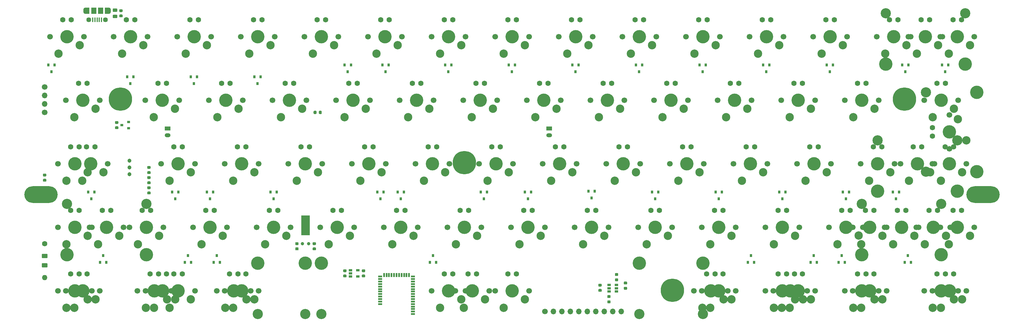
<source format=gbr>
%TF.GenerationSoftware,KiCad,Pcbnew,5.0.0*%
%TF.CreationDate,2018-08-13T13:33:07+12:00*%
%TF.ProjectId,keyboard,6B6579626F6172642E6B696361645F70,v0.1*%
%TF.SameCoordinates,PX3b67850PY3da05e0*%
%TF.FileFunction,Soldermask,Bot*%
%TF.FilePolarity,Negative*%
%FSLAX46Y46*%
G04 Gerber Fmt 4.6, Leading zero omitted, Abs format (unit mm)*
G04 Created by KiCad (PCBNEW 5.0.0) date Mon Aug 13 13:33:07 2018*
%MOMM*%
%LPD*%
G01*
G04 APERTURE LIST*
%ADD10C,7.000000*%
%ADD11O,10.000000X5.000000*%
%ADD12C,1.700000*%
%ADD13O,1.700000X1.700000*%
%ADD14R,1.200000X1.900000*%
%ADD15O,1.200000X1.900000*%
%ADD16R,1.500000X1.900000*%
%ADD17C,1.450000*%
%ADD18R,0.400000X1.350000*%
%ADD19C,0.150000*%
%ADD20C,0.875000*%
%ADD21C,1.000000*%
%ADD22R,2.500000X6.000000*%
%ADD23C,1.600000*%
%ADD24O,1.600000X1.600000*%
%ADD25R,1.750000X1.200000*%
%ADD26O,1.750000X1.200000*%
%ADD27C,0.975000*%
%ADD28C,4.000000*%
%ADD29C,3.050000*%
%ADD30C,1.200000*%
%ADD31R,0.800000X0.900000*%
%ADD32R,0.900000X0.800000*%
%ADD33R,1.060000X0.650000*%
%ADD34R,1.200000X0.500000*%
%ADD35R,0.500000X1.200000*%
%ADD36C,2.500000*%
%ADD37C,1.250000*%
G04 APERTURE END LIST*
D10*
X25199300Y-27900800D03*
D11*
X283541200Y-56501200D03*
X1410000Y-56501200D03*
D10*
X260049900Y-27900800D03*
X190499400Y-85200700D03*
X128200000Y-47000000D03*
D12*
X2480000Y-24280000D03*
D13*
X2480000Y-26820000D03*
X2480000Y-29360000D03*
D12*
X2480000Y-31900000D03*
X152340000Y-91590000D03*
D13*
X154880000Y-91590000D03*
X157420000Y-91590000D03*
X159960000Y-91590000D03*
X162500000Y-91590000D03*
X165040000Y-91590000D03*
X167580000Y-91590000D03*
X170120000Y-91590000D03*
X172660000Y-91590000D03*
X175200000Y-91590000D03*
D14*
X15310000Y-1442500D03*
X21110000Y-1442500D03*
D15*
X21710000Y-1442500D03*
X14710000Y-1442500D03*
D16*
X17210000Y-1442500D03*
D17*
X20710000Y-4142500D03*
D18*
X18210000Y-4142500D03*
X18860000Y-4142500D03*
X19510000Y-4142500D03*
X16910000Y-4142500D03*
X17560000Y-4142500D03*
D17*
X15710000Y-4142500D03*
D16*
X19210000Y-1442500D03*
D19*
G36*
X24347691Y-36061053D02*
X24368926Y-36064203D01*
X24389750Y-36069419D01*
X24409962Y-36076651D01*
X24429368Y-36085830D01*
X24447781Y-36096866D01*
X24465024Y-36109654D01*
X24480930Y-36124070D01*
X24495346Y-36139976D01*
X24508134Y-36157219D01*
X24519170Y-36175632D01*
X24528349Y-36195038D01*
X24535581Y-36215250D01*
X24540797Y-36236074D01*
X24543947Y-36257309D01*
X24545000Y-36278750D01*
X24545000Y-36716250D01*
X24543947Y-36737691D01*
X24540797Y-36758926D01*
X24535581Y-36779750D01*
X24528349Y-36799962D01*
X24519170Y-36819368D01*
X24508134Y-36837781D01*
X24495346Y-36855024D01*
X24480930Y-36870930D01*
X24465024Y-36885346D01*
X24447781Y-36898134D01*
X24429368Y-36909170D01*
X24409962Y-36918349D01*
X24389750Y-36925581D01*
X24368926Y-36930797D01*
X24347691Y-36933947D01*
X24326250Y-36935000D01*
X23813750Y-36935000D01*
X23792309Y-36933947D01*
X23771074Y-36930797D01*
X23750250Y-36925581D01*
X23730038Y-36918349D01*
X23710632Y-36909170D01*
X23692219Y-36898134D01*
X23674976Y-36885346D01*
X23659070Y-36870930D01*
X23644654Y-36855024D01*
X23631866Y-36837781D01*
X23620830Y-36819368D01*
X23611651Y-36799962D01*
X23604419Y-36779750D01*
X23599203Y-36758926D01*
X23596053Y-36737691D01*
X23595000Y-36716250D01*
X23595000Y-36278750D01*
X23596053Y-36257309D01*
X23599203Y-36236074D01*
X23604419Y-36215250D01*
X23611651Y-36195038D01*
X23620830Y-36175632D01*
X23631866Y-36157219D01*
X23644654Y-36139976D01*
X23659070Y-36124070D01*
X23674976Y-36109654D01*
X23692219Y-36096866D01*
X23710632Y-36085830D01*
X23730038Y-36076651D01*
X23750250Y-36069419D01*
X23771074Y-36064203D01*
X23792309Y-36061053D01*
X23813750Y-36060000D01*
X24326250Y-36060000D01*
X24347691Y-36061053D01*
X24347691Y-36061053D01*
G37*
D20*
X24070000Y-36497500D03*
D19*
G36*
X24347691Y-34486053D02*
X24368926Y-34489203D01*
X24389750Y-34494419D01*
X24409962Y-34501651D01*
X24429368Y-34510830D01*
X24447781Y-34521866D01*
X24465024Y-34534654D01*
X24480930Y-34549070D01*
X24495346Y-34564976D01*
X24508134Y-34582219D01*
X24519170Y-34600632D01*
X24528349Y-34620038D01*
X24535581Y-34640250D01*
X24540797Y-34661074D01*
X24543947Y-34682309D01*
X24545000Y-34703750D01*
X24545000Y-35141250D01*
X24543947Y-35162691D01*
X24540797Y-35183926D01*
X24535581Y-35204750D01*
X24528349Y-35224962D01*
X24519170Y-35244368D01*
X24508134Y-35262781D01*
X24495346Y-35280024D01*
X24480930Y-35295930D01*
X24465024Y-35310346D01*
X24447781Y-35323134D01*
X24429368Y-35334170D01*
X24409962Y-35343349D01*
X24389750Y-35350581D01*
X24368926Y-35355797D01*
X24347691Y-35358947D01*
X24326250Y-35360000D01*
X23813750Y-35360000D01*
X23792309Y-35358947D01*
X23771074Y-35355797D01*
X23750250Y-35350581D01*
X23730038Y-35343349D01*
X23710632Y-35334170D01*
X23692219Y-35323134D01*
X23674976Y-35310346D01*
X23659070Y-35295930D01*
X23644654Y-35280024D01*
X23631866Y-35262781D01*
X23620830Y-35244368D01*
X23611651Y-35224962D01*
X23604419Y-35204750D01*
X23599203Y-35183926D01*
X23596053Y-35162691D01*
X23595000Y-35141250D01*
X23595000Y-34703750D01*
X23596053Y-34682309D01*
X23599203Y-34661074D01*
X23604419Y-34640250D01*
X23611651Y-34620038D01*
X23620830Y-34600632D01*
X23631866Y-34582219D01*
X23644654Y-34564976D01*
X23659070Y-34549070D01*
X23674976Y-34534654D01*
X23692219Y-34521866D01*
X23710632Y-34510830D01*
X23730038Y-34501651D01*
X23750250Y-34494419D01*
X23771074Y-34489203D01*
X23792309Y-34486053D01*
X23813750Y-34485000D01*
X24326250Y-34485000D01*
X24347691Y-34486053D01*
X24347691Y-34486053D01*
G37*
D20*
X24070000Y-34922500D03*
D21*
X79696000Y-71270000D03*
X81596000Y-71270000D03*
D22*
X80646000Y-65770000D03*
D19*
G36*
X33999691Y-55619053D02*
X34020926Y-55622203D01*
X34041750Y-55627419D01*
X34061962Y-55634651D01*
X34081368Y-55643830D01*
X34099781Y-55654866D01*
X34117024Y-55667654D01*
X34132930Y-55682070D01*
X34147346Y-55697976D01*
X34160134Y-55715219D01*
X34171170Y-55733632D01*
X34180349Y-55753038D01*
X34187581Y-55773250D01*
X34192797Y-55794074D01*
X34195947Y-55815309D01*
X34197000Y-55836750D01*
X34197000Y-56274250D01*
X34195947Y-56295691D01*
X34192797Y-56316926D01*
X34187581Y-56337750D01*
X34180349Y-56357962D01*
X34171170Y-56377368D01*
X34160134Y-56395781D01*
X34147346Y-56413024D01*
X34132930Y-56428930D01*
X34117024Y-56443346D01*
X34099781Y-56456134D01*
X34081368Y-56467170D01*
X34061962Y-56476349D01*
X34041750Y-56483581D01*
X34020926Y-56488797D01*
X33999691Y-56491947D01*
X33978250Y-56493000D01*
X33465750Y-56493000D01*
X33444309Y-56491947D01*
X33423074Y-56488797D01*
X33402250Y-56483581D01*
X33382038Y-56476349D01*
X33362632Y-56467170D01*
X33344219Y-56456134D01*
X33326976Y-56443346D01*
X33311070Y-56428930D01*
X33296654Y-56413024D01*
X33283866Y-56395781D01*
X33272830Y-56377368D01*
X33263651Y-56357962D01*
X33256419Y-56337750D01*
X33251203Y-56316926D01*
X33248053Y-56295691D01*
X33247000Y-56274250D01*
X33247000Y-55836750D01*
X33248053Y-55815309D01*
X33251203Y-55794074D01*
X33256419Y-55773250D01*
X33263651Y-55753038D01*
X33272830Y-55733632D01*
X33283866Y-55715219D01*
X33296654Y-55697976D01*
X33311070Y-55682070D01*
X33326976Y-55667654D01*
X33344219Y-55654866D01*
X33362632Y-55643830D01*
X33382038Y-55634651D01*
X33402250Y-55627419D01*
X33423074Y-55622203D01*
X33444309Y-55619053D01*
X33465750Y-55618000D01*
X33978250Y-55618000D01*
X33999691Y-55619053D01*
X33999691Y-55619053D01*
G37*
D20*
X33722000Y-56055500D03*
D19*
G36*
X33999691Y-54044053D02*
X34020926Y-54047203D01*
X34041750Y-54052419D01*
X34061962Y-54059651D01*
X34081368Y-54068830D01*
X34099781Y-54079866D01*
X34117024Y-54092654D01*
X34132930Y-54107070D01*
X34147346Y-54122976D01*
X34160134Y-54140219D01*
X34171170Y-54158632D01*
X34180349Y-54178038D01*
X34187581Y-54198250D01*
X34192797Y-54219074D01*
X34195947Y-54240309D01*
X34197000Y-54261750D01*
X34197000Y-54699250D01*
X34195947Y-54720691D01*
X34192797Y-54741926D01*
X34187581Y-54762750D01*
X34180349Y-54782962D01*
X34171170Y-54802368D01*
X34160134Y-54820781D01*
X34147346Y-54838024D01*
X34132930Y-54853930D01*
X34117024Y-54868346D01*
X34099781Y-54881134D01*
X34081368Y-54892170D01*
X34061962Y-54901349D01*
X34041750Y-54908581D01*
X34020926Y-54913797D01*
X33999691Y-54916947D01*
X33978250Y-54918000D01*
X33465750Y-54918000D01*
X33444309Y-54916947D01*
X33423074Y-54913797D01*
X33402250Y-54908581D01*
X33382038Y-54901349D01*
X33362632Y-54892170D01*
X33344219Y-54881134D01*
X33326976Y-54868346D01*
X33311070Y-54853930D01*
X33296654Y-54838024D01*
X33283866Y-54820781D01*
X33272830Y-54802368D01*
X33263651Y-54782962D01*
X33256419Y-54762750D01*
X33251203Y-54741926D01*
X33248053Y-54720691D01*
X33247000Y-54699250D01*
X33247000Y-54261750D01*
X33248053Y-54240309D01*
X33251203Y-54219074D01*
X33256419Y-54198250D01*
X33263651Y-54178038D01*
X33272830Y-54158632D01*
X33283866Y-54140219D01*
X33296654Y-54122976D01*
X33311070Y-54107070D01*
X33326976Y-54092654D01*
X33344219Y-54079866D01*
X33362632Y-54068830D01*
X33382038Y-54059651D01*
X33402250Y-54052419D01*
X33423074Y-54047203D01*
X33444309Y-54044053D01*
X33465750Y-54043000D01*
X33978250Y-54043000D01*
X33999691Y-54044053D01*
X33999691Y-54044053D01*
G37*
D20*
X33722000Y-54480500D03*
D19*
G36*
X78322691Y-70808053D02*
X78343926Y-70811203D01*
X78364750Y-70816419D01*
X78384962Y-70823651D01*
X78404368Y-70832830D01*
X78422781Y-70843866D01*
X78440024Y-70856654D01*
X78455930Y-70871070D01*
X78470346Y-70886976D01*
X78483134Y-70904219D01*
X78494170Y-70922632D01*
X78503349Y-70942038D01*
X78510581Y-70962250D01*
X78515797Y-70983074D01*
X78518947Y-71004309D01*
X78520000Y-71025750D01*
X78520000Y-71463250D01*
X78518947Y-71484691D01*
X78515797Y-71505926D01*
X78510581Y-71526750D01*
X78503349Y-71546962D01*
X78494170Y-71566368D01*
X78483134Y-71584781D01*
X78470346Y-71602024D01*
X78455930Y-71617930D01*
X78440024Y-71632346D01*
X78422781Y-71645134D01*
X78404368Y-71656170D01*
X78384962Y-71665349D01*
X78364750Y-71672581D01*
X78343926Y-71677797D01*
X78322691Y-71680947D01*
X78301250Y-71682000D01*
X77788750Y-71682000D01*
X77767309Y-71680947D01*
X77746074Y-71677797D01*
X77725250Y-71672581D01*
X77705038Y-71665349D01*
X77685632Y-71656170D01*
X77667219Y-71645134D01*
X77649976Y-71632346D01*
X77634070Y-71617930D01*
X77619654Y-71602024D01*
X77606866Y-71584781D01*
X77595830Y-71566368D01*
X77586651Y-71546962D01*
X77579419Y-71526750D01*
X77574203Y-71505926D01*
X77571053Y-71484691D01*
X77570000Y-71463250D01*
X77570000Y-71025750D01*
X77571053Y-71004309D01*
X77574203Y-70983074D01*
X77579419Y-70962250D01*
X77586651Y-70942038D01*
X77595830Y-70922632D01*
X77606866Y-70904219D01*
X77619654Y-70886976D01*
X77634070Y-70871070D01*
X77649976Y-70856654D01*
X77667219Y-70843866D01*
X77685632Y-70832830D01*
X77705038Y-70823651D01*
X77725250Y-70816419D01*
X77746074Y-70811203D01*
X77767309Y-70808053D01*
X77788750Y-70807000D01*
X78301250Y-70807000D01*
X78322691Y-70808053D01*
X78322691Y-70808053D01*
G37*
D20*
X78045000Y-71244500D03*
D19*
G36*
X78322691Y-72383053D02*
X78343926Y-72386203D01*
X78364750Y-72391419D01*
X78384962Y-72398651D01*
X78404368Y-72407830D01*
X78422781Y-72418866D01*
X78440024Y-72431654D01*
X78455930Y-72446070D01*
X78470346Y-72461976D01*
X78483134Y-72479219D01*
X78494170Y-72497632D01*
X78503349Y-72517038D01*
X78510581Y-72537250D01*
X78515797Y-72558074D01*
X78518947Y-72579309D01*
X78520000Y-72600750D01*
X78520000Y-73038250D01*
X78518947Y-73059691D01*
X78515797Y-73080926D01*
X78510581Y-73101750D01*
X78503349Y-73121962D01*
X78494170Y-73141368D01*
X78483134Y-73159781D01*
X78470346Y-73177024D01*
X78455930Y-73192930D01*
X78440024Y-73207346D01*
X78422781Y-73220134D01*
X78404368Y-73231170D01*
X78384962Y-73240349D01*
X78364750Y-73247581D01*
X78343926Y-73252797D01*
X78322691Y-73255947D01*
X78301250Y-73257000D01*
X77788750Y-73257000D01*
X77767309Y-73255947D01*
X77746074Y-73252797D01*
X77725250Y-73247581D01*
X77705038Y-73240349D01*
X77685632Y-73231170D01*
X77667219Y-73220134D01*
X77649976Y-73207346D01*
X77634070Y-73192930D01*
X77619654Y-73177024D01*
X77606866Y-73159781D01*
X77595830Y-73141368D01*
X77586651Y-73121962D01*
X77579419Y-73101750D01*
X77574203Y-73080926D01*
X77571053Y-73059691D01*
X77570000Y-73038250D01*
X77570000Y-72600750D01*
X77571053Y-72579309D01*
X77574203Y-72558074D01*
X77579419Y-72537250D01*
X77586651Y-72517038D01*
X77595830Y-72497632D01*
X77606866Y-72479219D01*
X77619654Y-72461976D01*
X77634070Y-72446070D01*
X77649976Y-72431654D01*
X77667219Y-72418866D01*
X77685632Y-72407830D01*
X77705038Y-72398651D01*
X77725250Y-72391419D01*
X77746074Y-72386203D01*
X77767309Y-72383053D01*
X77788750Y-72382000D01*
X78301250Y-72382000D01*
X78322691Y-72383053D01*
X78322691Y-72383053D01*
G37*
D20*
X78045000Y-72819500D03*
D19*
G36*
X83529691Y-72383053D02*
X83550926Y-72386203D01*
X83571750Y-72391419D01*
X83591962Y-72398651D01*
X83611368Y-72407830D01*
X83629781Y-72418866D01*
X83647024Y-72431654D01*
X83662930Y-72446070D01*
X83677346Y-72461976D01*
X83690134Y-72479219D01*
X83701170Y-72497632D01*
X83710349Y-72517038D01*
X83717581Y-72537250D01*
X83722797Y-72558074D01*
X83725947Y-72579309D01*
X83727000Y-72600750D01*
X83727000Y-73038250D01*
X83725947Y-73059691D01*
X83722797Y-73080926D01*
X83717581Y-73101750D01*
X83710349Y-73121962D01*
X83701170Y-73141368D01*
X83690134Y-73159781D01*
X83677346Y-73177024D01*
X83662930Y-73192930D01*
X83647024Y-73207346D01*
X83629781Y-73220134D01*
X83611368Y-73231170D01*
X83591962Y-73240349D01*
X83571750Y-73247581D01*
X83550926Y-73252797D01*
X83529691Y-73255947D01*
X83508250Y-73257000D01*
X82995750Y-73257000D01*
X82974309Y-73255947D01*
X82953074Y-73252797D01*
X82932250Y-73247581D01*
X82912038Y-73240349D01*
X82892632Y-73231170D01*
X82874219Y-73220134D01*
X82856976Y-73207346D01*
X82841070Y-73192930D01*
X82826654Y-73177024D01*
X82813866Y-73159781D01*
X82802830Y-73141368D01*
X82793651Y-73121962D01*
X82786419Y-73101750D01*
X82781203Y-73080926D01*
X82778053Y-73059691D01*
X82777000Y-73038250D01*
X82777000Y-72600750D01*
X82778053Y-72579309D01*
X82781203Y-72558074D01*
X82786419Y-72537250D01*
X82793651Y-72517038D01*
X82802830Y-72497632D01*
X82813866Y-72479219D01*
X82826654Y-72461976D01*
X82841070Y-72446070D01*
X82856976Y-72431654D01*
X82874219Y-72418866D01*
X82892632Y-72407830D01*
X82912038Y-72398651D01*
X82932250Y-72391419D01*
X82953074Y-72386203D01*
X82974309Y-72383053D01*
X82995750Y-72382000D01*
X83508250Y-72382000D01*
X83529691Y-72383053D01*
X83529691Y-72383053D01*
G37*
D20*
X83252000Y-72819500D03*
D19*
G36*
X83529691Y-70808053D02*
X83550926Y-70811203D01*
X83571750Y-70816419D01*
X83591962Y-70823651D01*
X83611368Y-70832830D01*
X83629781Y-70843866D01*
X83647024Y-70856654D01*
X83662930Y-70871070D01*
X83677346Y-70886976D01*
X83690134Y-70904219D01*
X83701170Y-70922632D01*
X83710349Y-70942038D01*
X83717581Y-70962250D01*
X83722797Y-70983074D01*
X83725947Y-71004309D01*
X83727000Y-71025750D01*
X83727000Y-71463250D01*
X83725947Y-71484691D01*
X83722797Y-71505926D01*
X83717581Y-71526750D01*
X83710349Y-71546962D01*
X83701170Y-71566368D01*
X83690134Y-71584781D01*
X83677346Y-71602024D01*
X83662930Y-71617930D01*
X83647024Y-71632346D01*
X83629781Y-71645134D01*
X83611368Y-71656170D01*
X83591962Y-71665349D01*
X83571750Y-71672581D01*
X83550926Y-71677797D01*
X83529691Y-71680947D01*
X83508250Y-71682000D01*
X82995750Y-71682000D01*
X82974309Y-71680947D01*
X82953074Y-71677797D01*
X82932250Y-71672581D01*
X82912038Y-71665349D01*
X82892632Y-71656170D01*
X82874219Y-71645134D01*
X82856976Y-71632346D01*
X82841070Y-71617930D01*
X82826654Y-71602024D01*
X82813866Y-71584781D01*
X82802830Y-71566368D01*
X82793651Y-71546962D01*
X82786419Y-71526750D01*
X82781203Y-71505926D01*
X82778053Y-71484691D01*
X82777000Y-71463250D01*
X82777000Y-71025750D01*
X82778053Y-71004309D01*
X82781203Y-70983074D01*
X82786419Y-70962250D01*
X82793651Y-70942038D01*
X82802830Y-70922632D01*
X82813866Y-70904219D01*
X82826654Y-70886976D01*
X82841070Y-70871070D01*
X82856976Y-70856654D01*
X82874219Y-70843866D01*
X82892632Y-70832830D01*
X82912038Y-70823651D01*
X82932250Y-70816419D01*
X82953074Y-70811203D01*
X82974309Y-70808053D01*
X82995750Y-70807000D01*
X83508250Y-70807000D01*
X83529691Y-70808053D01*
X83529691Y-70808053D01*
G37*
D20*
X83252000Y-71244500D03*
D23*
X2480000Y-71270000D03*
D24*
X2480000Y-81430000D03*
D25*
X39310000Y-36726000D03*
D26*
X39310000Y-38726000D03*
D23*
X17562520Y-42220020D03*
X15022520Y-42220020D03*
D19*
G36*
X24042142Y-2633174D02*
X24065803Y-2636684D01*
X24089007Y-2642496D01*
X24111529Y-2650554D01*
X24133153Y-2660782D01*
X24153670Y-2673079D01*
X24172883Y-2687329D01*
X24190607Y-2703393D01*
X24206671Y-2721117D01*
X24220921Y-2740330D01*
X24233218Y-2760847D01*
X24243446Y-2782471D01*
X24251504Y-2804993D01*
X24257316Y-2828197D01*
X24260826Y-2851858D01*
X24262000Y-2875750D01*
X24262000Y-3363250D01*
X24260826Y-3387142D01*
X24257316Y-3410803D01*
X24251504Y-3434007D01*
X24243446Y-3456529D01*
X24233218Y-3478153D01*
X24220921Y-3498670D01*
X24206671Y-3517883D01*
X24190607Y-3535607D01*
X24172883Y-3551671D01*
X24153670Y-3565921D01*
X24133153Y-3578218D01*
X24111529Y-3588446D01*
X24089007Y-3596504D01*
X24065803Y-3602316D01*
X24042142Y-3605826D01*
X24018250Y-3607000D01*
X23105750Y-3607000D01*
X23081858Y-3605826D01*
X23058197Y-3602316D01*
X23034993Y-3596504D01*
X23012471Y-3588446D01*
X22990847Y-3578218D01*
X22970330Y-3565921D01*
X22951117Y-3551671D01*
X22933393Y-3535607D01*
X22917329Y-3517883D01*
X22903079Y-3498670D01*
X22890782Y-3478153D01*
X22880554Y-3456529D01*
X22872496Y-3434007D01*
X22866684Y-3410803D01*
X22863174Y-3387142D01*
X22862000Y-3363250D01*
X22862000Y-2875750D01*
X22863174Y-2851858D01*
X22866684Y-2828197D01*
X22872496Y-2804993D01*
X22880554Y-2782471D01*
X22890782Y-2760847D01*
X22903079Y-2740330D01*
X22917329Y-2721117D01*
X22933393Y-2703393D01*
X22951117Y-2687329D01*
X22970330Y-2673079D01*
X22990847Y-2660782D01*
X23012471Y-2650554D01*
X23034993Y-2642496D01*
X23058197Y-2636684D01*
X23081858Y-2633174D01*
X23105750Y-2632000D01*
X24018250Y-2632000D01*
X24042142Y-2633174D01*
X24042142Y-2633174D01*
G37*
D27*
X23562000Y-3119500D03*
D19*
G36*
X24042142Y-758174D02*
X24065803Y-761684D01*
X24089007Y-767496D01*
X24111529Y-775554D01*
X24133153Y-785782D01*
X24153670Y-798079D01*
X24172883Y-812329D01*
X24190607Y-828393D01*
X24206671Y-846117D01*
X24220921Y-865330D01*
X24233218Y-885847D01*
X24243446Y-907471D01*
X24251504Y-929993D01*
X24257316Y-953197D01*
X24260826Y-976858D01*
X24262000Y-1000750D01*
X24262000Y-1488250D01*
X24260826Y-1512142D01*
X24257316Y-1535803D01*
X24251504Y-1559007D01*
X24243446Y-1581529D01*
X24233218Y-1603153D01*
X24220921Y-1623670D01*
X24206671Y-1642883D01*
X24190607Y-1660607D01*
X24172883Y-1676671D01*
X24153670Y-1690921D01*
X24133153Y-1703218D01*
X24111529Y-1713446D01*
X24089007Y-1721504D01*
X24065803Y-1727316D01*
X24042142Y-1730826D01*
X24018250Y-1732000D01*
X23105750Y-1732000D01*
X23081858Y-1730826D01*
X23058197Y-1727316D01*
X23034993Y-1721504D01*
X23012471Y-1713446D01*
X22990847Y-1703218D01*
X22970330Y-1690921D01*
X22951117Y-1676671D01*
X22933393Y-1660607D01*
X22917329Y-1642883D01*
X22903079Y-1623670D01*
X22890782Y-1603153D01*
X22880554Y-1581529D01*
X22872496Y-1559007D01*
X22866684Y-1535803D01*
X22863174Y-1512142D01*
X22862000Y-1488250D01*
X22862000Y-1000750D01*
X22863174Y-976858D01*
X22866684Y-953197D01*
X22872496Y-929993D01*
X22880554Y-907471D01*
X22890782Y-885847D01*
X22903079Y-865330D01*
X22917329Y-846117D01*
X22933393Y-828393D01*
X22951117Y-812329D01*
X22970330Y-798079D01*
X22990847Y-785782D01*
X23012471Y-775554D01*
X23034993Y-767496D01*
X23058197Y-761684D01*
X23081858Y-758174D01*
X23105750Y-757000D01*
X24018250Y-757000D01*
X24042142Y-758174D01*
X24042142Y-758174D01*
G37*
D27*
X23562000Y-1244500D03*
D19*
G36*
X25617691Y-958053D02*
X25638926Y-961203D01*
X25659750Y-966419D01*
X25679962Y-973651D01*
X25699368Y-982830D01*
X25717781Y-993866D01*
X25735024Y-1006654D01*
X25750930Y-1021070D01*
X25765346Y-1036976D01*
X25778134Y-1054219D01*
X25789170Y-1072632D01*
X25798349Y-1092038D01*
X25805581Y-1112250D01*
X25810797Y-1133074D01*
X25813947Y-1154309D01*
X25815000Y-1175750D01*
X25815000Y-1613250D01*
X25813947Y-1634691D01*
X25810797Y-1655926D01*
X25805581Y-1676750D01*
X25798349Y-1696962D01*
X25789170Y-1716368D01*
X25778134Y-1734781D01*
X25765346Y-1752024D01*
X25750930Y-1767930D01*
X25735024Y-1782346D01*
X25717781Y-1795134D01*
X25699368Y-1806170D01*
X25679962Y-1815349D01*
X25659750Y-1822581D01*
X25638926Y-1827797D01*
X25617691Y-1830947D01*
X25596250Y-1832000D01*
X25083750Y-1832000D01*
X25062309Y-1830947D01*
X25041074Y-1827797D01*
X25020250Y-1822581D01*
X25000038Y-1815349D01*
X24980632Y-1806170D01*
X24962219Y-1795134D01*
X24944976Y-1782346D01*
X24929070Y-1767930D01*
X24914654Y-1752024D01*
X24901866Y-1734781D01*
X24890830Y-1716368D01*
X24881651Y-1696962D01*
X24874419Y-1676750D01*
X24869203Y-1655926D01*
X24866053Y-1634691D01*
X24865000Y-1613250D01*
X24865000Y-1175750D01*
X24866053Y-1154309D01*
X24869203Y-1133074D01*
X24874419Y-1112250D01*
X24881651Y-1092038D01*
X24890830Y-1072632D01*
X24901866Y-1054219D01*
X24914654Y-1036976D01*
X24929070Y-1021070D01*
X24944976Y-1006654D01*
X24962219Y-993866D01*
X24980632Y-982830D01*
X25000038Y-973651D01*
X25020250Y-966419D01*
X25041074Y-961203D01*
X25062309Y-958053D01*
X25083750Y-957000D01*
X25596250Y-957000D01*
X25617691Y-958053D01*
X25617691Y-958053D01*
G37*
D20*
X25340000Y-1394500D03*
D19*
G36*
X25617691Y-2533053D02*
X25638926Y-2536203D01*
X25659750Y-2541419D01*
X25679962Y-2548651D01*
X25699368Y-2557830D01*
X25717781Y-2568866D01*
X25735024Y-2581654D01*
X25750930Y-2596070D01*
X25765346Y-2611976D01*
X25778134Y-2629219D01*
X25789170Y-2647632D01*
X25798349Y-2667038D01*
X25805581Y-2687250D01*
X25810797Y-2708074D01*
X25813947Y-2729309D01*
X25815000Y-2750750D01*
X25815000Y-3188250D01*
X25813947Y-3209691D01*
X25810797Y-3230926D01*
X25805581Y-3251750D01*
X25798349Y-3271962D01*
X25789170Y-3291368D01*
X25778134Y-3309781D01*
X25765346Y-3327024D01*
X25750930Y-3342930D01*
X25735024Y-3357346D01*
X25717781Y-3370134D01*
X25699368Y-3381170D01*
X25679962Y-3390349D01*
X25659750Y-3397581D01*
X25638926Y-3402797D01*
X25617691Y-3405947D01*
X25596250Y-3407000D01*
X25083750Y-3407000D01*
X25062309Y-3405947D01*
X25041074Y-3402797D01*
X25020250Y-3397581D01*
X25000038Y-3390349D01*
X24980632Y-3381170D01*
X24962219Y-3370134D01*
X24944976Y-3357346D01*
X24929070Y-3342930D01*
X24914654Y-3327024D01*
X24901866Y-3309781D01*
X24890830Y-3291368D01*
X24881651Y-3271962D01*
X24874419Y-3251750D01*
X24869203Y-3230926D01*
X24866053Y-3209691D01*
X24865000Y-3188250D01*
X24865000Y-2750750D01*
X24866053Y-2729309D01*
X24869203Y-2708074D01*
X24874419Y-2687250D01*
X24881651Y-2667038D01*
X24890830Y-2647632D01*
X24901866Y-2629219D01*
X24914654Y-2611976D01*
X24929070Y-2596070D01*
X24944976Y-2581654D01*
X24962219Y-2568866D01*
X24980632Y-2557830D01*
X25000038Y-2548651D01*
X25020250Y-2541419D01*
X25041074Y-2536203D01*
X25062309Y-2533053D01*
X25083750Y-2532000D01*
X25596250Y-2532000D01*
X25617691Y-2533053D01*
X25617691Y-2533053D01*
G37*
D20*
X25340000Y-2969500D03*
D19*
G36*
X2757691Y-51809053D02*
X2778926Y-51812203D01*
X2799750Y-51817419D01*
X2819962Y-51824651D01*
X2839368Y-51833830D01*
X2857781Y-51844866D01*
X2875024Y-51857654D01*
X2890930Y-51872070D01*
X2905346Y-51887976D01*
X2918134Y-51905219D01*
X2929170Y-51923632D01*
X2938349Y-51943038D01*
X2945581Y-51963250D01*
X2950797Y-51984074D01*
X2953947Y-52005309D01*
X2955000Y-52026750D01*
X2955000Y-52464250D01*
X2953947Y-52485691D01*
X2950797Y-52506926D01*
X2945581Y-52527750D01*
X2938349Y-52547962D01*
X2929170Y-52567368D01*
X2918134Y-52585781D01*
X2905346Y-52603024D01*
X2890930Y-52618930D01*
X2875024Y-52633346D01*
X2857781Y-52646134D01*
X2839368Y-52657170D01*
X2819962Y-52666349D01*
X2799750Y-52673581D01*
X2778926Y-52678797D01*
X2757691Y-52681947D01*
X2736250Y-52683000D01*
X2223750Y-52683000D01*
X2202309Y-52681947D01*
X2181074Y-52678797D01*
X2160250Y-52673581D01*
X2140038Y-52666349D01*
X2120632Y-52657170D01*
X2102219Y-52646134D01*
X2084976Y-52633346D01*
X2069070Y-52618930D01*
X2054654Y-52603024D01*
X2041866Y-52585781D01*
X2030830Y-52567368D01*
X2021651Y-52547962D01*
X2014419Y-52527750D01*
X2009203Y-52506926D01*
X2006053Y-52485691D01*
X2005000Y-52464250D01*
X2005000Y-52026750D01*
X2006053Y-52005309D01*
X2009203Y-51984074D01*
X2014419Y-51963250D01*
X2021651Y-51943038D01*
X2030830Y-51923632D01*
X2041866Y-51905219D01*
X2054654Y-51887976D01*
X2069070Y-51872070D01*
X2084976Y-51857654D01*
X2102219Y-51844866D01*
X2120632Y-51833830D01*
X2140038Y-51824651D01*
X2160250Y-51817419D01*
X2181074Y-51812203D01*
X2202309Y-51809053D01*
X2223750Y-51808000D01*
X2736250Y-51808000D01*
X2757691Y-51809053D01*
X2757691Y-51809053D01*
G37*
D20*
X2480000Y-52245500D03*
D19*
G36*
X2757691Y-50234053D02*
X2778926Y-50237203D01*
X2799750Y-50242419D01*
X2819962Y-50249651D01*
X2839368Y-50258830D01*
X2857781Y-50269866D01*
X2875024Y-50282654D01*
X2890930Y-50297070D01*
X2905346Y-50312976D01*
X2918134Y-50330219D01*
X2929170Y-50348632D01*
X2938349Y-50368038D01*
X2945581Y-50388250D01*
X2950797Y-50409074D01*
X2953947Y-50430309D01*
X2955000Y-50451750D01*
X2955000Y-50889250D01*
X2953947Y-50910691D01*
X2950797Y-50931926D01*
X2945581Y-50952750D01*
X2938349Y-50972962D01*
X2929170Y-50992368D01*
X2918134Y-51010781D01*
X2905346Y-51028024D01*
X2890930Y-51043930D01*
X2875024Y-51058346D01*
X2857781Y-51071134D01*
X2839368Y-51082170D01*
X2819962Y-51091349D01*
X2799750Y-51098581D01*
X2778926Y-51103797D01*
X2757691Y-51106947D01*
X2736250Y-51108000D01*
X2223750Y-51108000D01*
X2202309Y-51106947D01*
X2181074Y-51103797D01*
X2160250Y-51098581D01*
X2140038Y-51091349D01*
X2120632Y-51082170D01*
X2102219Y-51071134D01*
X2084976Y-51058346D01*
X2069070Y-51043930D01*
X2054654Y-51028024D01*
X2041866Y-51010781D01*
X2030830Y-50992368D01*
X2021651Y-50972962D01*
X2014419Y-50952750D01*
X2009203Y-50931926D01*
X2006053Y-50910691D01*
X2005000Y-50889250D01*
X2005000Y-50451750D01*
X2006053Y-50430309D01*
X2009203Y-50409074D01*
X2014419Y-50388250D01*
X2021651Y-50368038D01*
X2030830Y-50348632D01*
X2041866Y-50330219D01*
X2054654Y-50312976D01*
X2069070Y-50297070D01*
X2084976Y-50282654D01*
X2102219Y-50269866D01*
X2120632Y-50258830D01*
X2140038Y-50249651D01*
X2160250Y-50242419D01*
X2181074Y-50237203D01*
X2202309Y-50234053D01*
X2223750Y-50233000D01*
X2736250Y-50233000D01*
X2757691Y-50234053D01*
X2757691Y-50234053D01*
G37*
D20*
X2480000Y-50670500D03*
D26*
X153610000Y-38726000D03*
D25*
X153610000Y-36726000D03*
D28*
X85347500Y-77145020D03*
D29*
X85347500Y-92385020D03*
D19*
G36*
X33999691Y-50996053D02*
X34020926Y-50999203D01*
X34041750Y-51004419D01*
X34061962Y-51011651D01*
X34081368Y-51020830D01*
X34099781Y-51031866D01*
X34117024Y-51044654D01*
X34132930Y-51059070D01*
X34147346Y-51074976D01*
X34160134Y-51092219D01*
X34171170Y-51110632D01*
X34180349Y-51130038D01*
X34187581Y-51150250D01*
X34192797Y-51171074D01*
X34195947Y-51192309D01*
X34197000Y-51213750D01*
X34197000Y-51651250D01*
X34195947Y-51672691D01*
X34192797Y-51693926D01*
X34187581Y-51714750D01*
X34180349Y-51734962D01*
X34171170Y-51754368D01*
X34160134Y-51772781D01*
X34147346Y-51790024D01*
X34132930Y-51805930D01*
X34117024Y-51820346D01*
X34099781Y-51833134D01*
X34081368Y-51844170D01*
X34061962Y-51853349D01*
X34041750Y-51860581D01*
X34020926Y-51865797D01*
X33999691Y-51868947D01*
X33978250Y-51870000D01*
X33465750Y-51870000D01*
X33444309Y-51868947D01*
X33423074Y-51865797D01*
X33402250Y-51860581D01*
X33382038Y-51853349D01*
X33362632Y-51844170D01*
X33344219Y-51833134D01*
X33326976Y-51820346D01*
X33311070Y-51805930D01*
X33296654Y-51790024D01*
X33283866Y-51772781D01*
X33272830Y-51754368D01*
X33263651Y-51734962D01*
X33256419Y-51714750D01*
X33251203Y-51693926D01*
X33248053Y-51672691D01*
X33247000Y-51651250D01*
X33247000Y-51213750D01*
X33248053Y-51192309D01*
X33251203Y-51171074D01*
X33256419Y-51150250D01*
X33263651Y-51130038D01*
X33272830Y-51110632D01*
X33283866Y-51092219D01*
X33296654Y-51074976D01*
X33311070Y-51059070D01*
X33326976Y-51044654D01*
X33344219Y-51031866D01*
X33362632Y-51020830D01*
X33382038Y-51011651D01*
X33402250Y-51004419D01*
X33423074Y-50999203D01*
X33444309Y-50996053D01*
X33465750Y-50995000D01*
X33978250Y-50995000D01*
X33999691Y-50996053D01*
X33999691Y-50996053D01*
G37*
D20*
X33722000Y-51432500D03*
D19*
G36*
X33999691Y-52571053D02*
X34020926Y-52574203D01*
X34041750Y-52579419D01*
X34061962Y-52586651D01*
X34081368Y-52595830D01*
X34099781Y-52606866D01*
X34117024Y-52619654D01*
X34132930Y-52634070D01*
X34147346Y-52649976D01*
X34160134Y-52667219D01*
X34171170Y-52685632D01*
X34180349Y-52705038D01*
X34187581Y-52725250D01*
X34192797Y-52746074D01*
X34195947Y-52767309D01*
X34197000Y-52788750D01*
X34197000Y-53226250D01*
X34195947Y-53247691D01*
X34192797Y-53268926D01*
X34187581Y-53289750D01*
X34180349Y-53309962D01*
X34171170Y-53329368D01*
X34160134Y-53347781D01*
X34147346Y-53365024D01*
X34132930Y-53380930D01*
X34117024Y-53395346D01*
X34099781Y-53408134D01*
X34081368Y-53419170D01*
X34061962Y-53428349D01*
X34041750Y-53435581D01*
X34020926Y-53440797D01*
X33999691Y-53443947D01*
X33978250Y-53445000D01*
X33465750Y-53445000D01*
X33444309Y-53443947D01*
X33423074Y-53440797D01*
X33402250Y-53435581D01*
X33382038Y-53428349D01*
X33362632Y-53419170D01*
X33344219Y-53408134D01*
X33326976Y-53395346D01*
X33311070Y-53380930D01*
X33296654Y-53365024D01*
X33283866Y-53347781D01*
X33272830Y-53329368D01*
X33263651Y-53309962D01*
X33256419Y-53289750D01*
X33251203Y-53268926D01*
X33248053Y-53247691D01*
X33247000Y-53226250D01*
X33247000Y-52788750D01*
X33248053Y-52767309D01*
X33251203Y-52746074D01*
X33256419Y-52725250D01*
X33263651Y-52705038D01*
X33272830Y-52685632D01*
X33283866Y-52667219D01*
X33296654Y-52649976D01*
X33311070Y-52634070D01*
X33326976Y-52619654D01*
X33344219Y-52606866D01*
X33362632Y-52595830D01*
X33382038Y-52586651D01*
X33402250Y-52579419D01*
X33423074Y-52574203D01*
X33444309Y-52571053D01*
X33465750Y-52570000D01*
X33978250Y-52570000D01*
X33999691Y-52571053D01*
X33999691Y-52571053D01*
G37*
D20*
X33722000Y-53007500D03*
D19*
G36*
X33999691Y-49523053D02*
X34020926Y-49526203D01*
X34041750Y-49531419D01*
X34061962Y-49538651D01*
X34081368Y-49547830D01*
X34099781Y-49558866D01*
X34117024Y-49571654D01*
X34132930Y-49586070D01*
X34147346Y-49601976D01*
X34160134Y-49619219D01*
X34171170Y-49637632D01*
X34180349Y-49657038D01*
X34187581Y-49677250D01*
X34192797Y-49698074D01*
X34195947Y-49719309D01*
X34197000Y-49740750D01*
X34197000Y-50178250D01*
X34195947Y-50199691D01*
X34192797Y-50220926D01*
X34187581Y-50241750D01*
X34180349Y-50261962D01*
X34171170Y-50281368D01*
X34160134Y-50299781D01*
X34147346Y-50317024D01*
X34132930Y-50332930D01*
X34117024Y-50347346D01*
X34099781Y-50360134D01*
X34081368Y-50371170D01*
X34061962Y-50380349D01*
X34041750Y-50387581D01*
X34020926Y-50392797D01*
X33999691Y-50395947D01*
X33978250Y-50397000D01*
X33465750Y-50397000D01*
X33444309Y-50395947D01*
X33423074Y-50392797D01*
X33402250Y-50387581D01*
X33382038Y-50380349D01*
X33362632Y-50371170D01*
X33344219Y-50360134D01*
X33326976Y-50347346D01*
X33311070Y-50332930D01*
X33296654Y-50317024D01*
X33283866Y-50299781D01*
X33272830Y-50281368D01*
X33263651Y-50261962D01*
X33256419Y-50241750D01*
X33251203Y-50220926D01*
X33248053Y-50199691D01*
X33247000Y-50178250D01*
X33247000Y-49740750D01*
X33248053Y-49719309D01*
X33251203Y-49698074D01*
X33256419Y-49677250D01*
X33263651Y-49657038D01*
X33272830Y-49637632D01*
X33283866Y-49619219D01*
X33296654Y-49601976D01*
X33311070Y-49586070D01*
X33326976Y-49571654D01*
X33344219Y-49558866D01*
X33362632Y-49547830D01*
X33382038Y-49538651D01*
X33402250Y-49531419D01*
X33423074Y-49526203D01*
X33444309Y-49523053D01*
X33465750Y-49522000D01*
X33978250Y-49522000D01*
X33999691Y-49523053D01*
X33999691Y-49523053D01*
G37*
D20*
X33722000Y-49959500D03*
D19*
G36*
X33999691Y-47948053D02*
X34020926Y-47951203D01*
X34041750Y-47956419D01*
X34061962Y-47963651D01*
X34081368Y-47972830D01*
X34099781Y-47983866D01*
X34117024Y-47996654D01*
X34132930Y-48011070D01*
X34147346Y-48026976D01*
X34160134Y-48044219D01*
X34171170Y-48062632D01*
X34180349Y-48082038D01*
X34187581Y-48102250D01*
X34192797Y-48123074D01*
X34195947Y-48144309D01*
X34197000Y-48165750D01*
X34197000Y-48603250D01*
X34195947Y-48624691D01*
X34192797Y-48645926D01*
X34187581Y-48666750D01*
X34180349Y-48686962D01*
X34171170Y-48706368D01*
X34160134Y-48724781D01*
X34147346Y-48742024D01*
X34132930Y-48757930D01*
X34117024Y-48772346D01*
X34099781Y-48785134D01*
X34081368Y-48796170D01*
X34061962Y-48805349D01*
X34041750Y-48812581D01*
X34020926Y-48817797D01*
X33999691Y-48820947D01*
X33978250Y-48822000D01*
X33465750Y-48822000D01*
X33444309Y-48820947D01*
X33423074Y-48817797D01*
X33402250Y-48812581D01*
X33382038Y-48805349D01*
X33362632Y-48796170D01*
X33344219Y-48785134D01*
X33326976Y-48772346D01*
X33311070Y-48757930D01*
X33296654Y-48742024D01*
X33283866Y-48724781D01*
X33272830Y-48706368D01*
X33263651Y-48686962D01*
X33256419Y-48666750D01*
X33251203Y-48645926D01*
X33248053Y-48624691D01*
X33247000Y-48603250D01*
X33247000Y-48165750D01*
X33248053Y-48144309D01*
X33251203Y-48123074D01*
X33256419Y-48102250D01*
X33263651Y-48082038D01*
X33272830Y-48062632D01*
X33283866Y-48044219D01*
X33296654Y-48026976D01*
X33311070Y-48011070D01*
X33326976Y-47996654D01*
X33344219Y-47983866D01*
X33362632Y-47972830D01*
X33382038Y-47963651D01*
X33402250Y-47956419D01*
X33423074Y-47951203D01*
X33444309Y-47948053D01*
X33465750Y-47947000D01*
X33978250Y-47947000D01*
X33999691Y-47948053D01*
X33999691Y-47948053D01*
G37*
D20*
X33722000Y-48384500D03*
D30*
X27880000Y-46410000D03*
X27880000Y-48410000D03*
X27880000Y-50410000D03*
D28*
X80585000Y-77145020D03*
D29*
X80585000Y-92385020D03*
D19*
G36*
X174080691Y-81654053D02*
X174101926Y-81657203D01*
X174122750Y-81662419D01*
X174142962Y-81669651D01*
X174162368Y-81678830D01*
X174180781Y-81689866D01*
X174198024Y-81702654D01*
X174213930Y-81717070D01*
X174228346Y-81732976D01*
X174241134Y-81750219D01*
X174252170Y-81768632D01*
X174261349Y-81788038D01*
X174268581Y-81808250D01*
X174273797Y-81829074D01*
X174276947Y-81850309D01*
X174278000Y-81871750D01*
X174278000Y-82309250D01*
X174276947Y-82330691D01*
X174273797Y-82351926D01*
X174268581Y-82372750D01*
X174261349Y-82392962D01*
X174252170Y-82412368D01*
X174241134Y-82430781D01*
X174228346Y-82448024D01*
X174213930Y-82463930D01*
X174198024Y-82478346D01*
X174180781Y-82491134D01*
X174162368Y-82502170D01*
X174142962Y-82511349D01*
X174122750Y-82518581D01*
X174101926Y-82523797D01*
X174080691Y-82526947D01*
X174059250Y-82528000D01*
X173546750Y-82528000D01*
X173525309Y-82526947D01*
X173504074Y-82523797D01*
X173483250Y-82518581D01*
X173463038Y-82511349D01*
X173443632Y-82502170D01*
X173425219Y-82491134D01*
X173407976Y-82478346D01*
X173392070Y-82463930D01*
X173377654Y-82448024D01*
X173364866Y-82430781D01*
X173353830Y-82412368D01*
X173344651Y-82392962D01*
X173337419Y-82372750D01*
X173332203Y-82351926D01*
X173329053Y-82330691D01*
X173328000Y-82309250D01*
X173328000Y-81871750D01*
X173329053Y-81850309D01*
X173332203Y-81829074D01*
X173337419Y-81808250D01*
X173344651Y-81788038D01*
X173353830Y-81768632D01*
X173364866Y-81750219D01*
X173377654Y-81732976D01*
X173392070Y-81717070D01*
X173407976Y-81702654D01*
X173425219Y-81689866D01*
X173443632Y-81678830D01*
X173463038Y-81669651D01*
X173483250Y-81662419D01*
X173504074Y-81657203D01*
X173525309Y-81654053D01*
X173546750Y-81653000D01*
X174059250Y-81653000D01*
X174080691Y-81654053D01*
X174080691Y-81654053D01*
G37*
D20*
X173803000Y-82090500D03*
D19*
G36*
X174080691Y-80079053D02*
X174101926Y-80082203D01*
X174122750Y-80087419D01*
X174142962Y-80094651D01*
X174162368Y-80103830D01*
X174180781Y-80114866D01*
X174198024Y-80127654D01*
X174213930Y-80142070D01*
X174228346Y-80157976D01*
X174241134Y-80175219D01*
X174252170Y-80193632D01*
X174261349Y-80213038D01*
X174268581Y-80233250D01*
X174273797Y-80254074D01*
X174276947Y-80275309D01*
X174278000Y-80296750D01*
X174278000Y-80734250D01*
X174276947Y-80755691D01*
X174273797Y-80776926D01*
X174268581Y-80797750D01*
X174261349Y-80817962D01*
X174252170Y-80837368D01*
X174241134Y-80855781D01*
X174228346Y-80873024D01*
X174213930Y-80888930D01*
X174198024Y-80903346D01*
X174180781Y-80916134D01*
X174162368Y-80927170D01*
X174142962Y-80936349D01*
X174122750Y-80943581D01*
X174101926Y-80948797D01*
X174080691Y-80951947D01*
X174059250Y-80953000D01*
X173546750Y-80953000D01*
X173525309Y-80951947D01*
X173504074Y-80948797D01*
X173483250Y-80943581D01*
X173463038Y-80936349D01*
X173443632Y-80927170D01*
X173425219Y-80916134D01*
X173407976Y-80903346D01*
X173392070Y-80888930D01*
X173377654Y-80873024D01*
X173364866Y-80855781D01*
X173353830Y-80837368D01*
X173344651Y-80817962D01*
X173337419Y-80797750D01*
X173332203Y-80776926D01*
X173329053Y-80755691D01*
X173328000Y-80734250D01*
X173328000Y-80296750D01*
X173329053Y-80275309D01*
X173332203Y-80254074D01*
X173337419Y-80233250D01*
X173344651Y-80213038D01*
X173353830Y-80193632D01*
X173364866Y-80175219D01*
X173377654Y-80157976D01*
X173392070Y-80142070D01*
X173407976Y-80127654D01*
X173425219Y-80114866D01*
X173443632Y-80103830D01*
X173463038Y-80094651D01*
X173483250Y-80087419D01*
X173504074Y-80082203D01*
X173525309Y-80079053D01*
X173546750Y-80078000D01*
X174059250Y-80078000D01*
X174080691Y-80079053D01*
X174080691Y-80079053D01*
G37*
D20*
X173803000Y-80515500D03*
D31*
X260290000Y-19692000D03*
X261240000Y-17692000D03*
X259340000Y-17692000D03*
X242190000Y-76842000D03*
X240290000Y-76842000D03*
X241240000Y-74842000D03*
X232858000Y-74842000D03*
X231908000Y-76842000D03*
X233808000Y-76842000D03*
X215012000Y-76842000D03*
X213112000Y-76842000D03*
X214062000Y-74842000D03*
X261052000Y-74842000D03*
X260102000Y-76842000D03*
X262002000Y-76842000D03*
X54042000Y-74842000D03*
X53092000Y-76842000D03*
X54992000Y-76842000D03*
X119762000Y-76842000D03*
X117862000Y-76842000D03*
X118812000Y-74842000D03*
X46356000Y-76842000D03*
X44456000Y-76842000D03*
X45406000Y-74842000D03*
X20006000Y-74842000D03*
X19056000Y-76842000D03*
X20956000Y-76842000D03*
X271278000Y-17692000D03*
X273178000Y-17692000D03*
X272228000Y-19692000D03*
D28*
X180597500Y-77145020D03*
D29*
X180597500Y-92385020D03*
D28*
X278230020Y-17455020D03*
D29*
X278230020Y-2215020D03*
D28*
X9147500Y-74605020D03*
D29*
X9147500Y-59365020D03*
D28*
X32960000Y-74605020D03*
D29*
X32960000Y-59365020D03*
D28*
X247272500Y-74605020D03*
D29*
X247272500Y-59365020D03*
D28*
X275847500Y-55553750D03*
D29*
X275847500Y-40313750D03*
D28*
X252035000Y-55555020D03*
D29*
X252035000Y-40315020D03*
D28*
X281722520Y-25867500D03*
D29*
X266482520Y-25867500D03*
D28*
X281722520Y-49680000D03*
D29*
X266482520Y-49680000D03*
D28*
X254417520Y-17455020D03*
D29*
X254417520Y-2215020D03*
D28*
X66297500Y-77145020D03*
D29*
X66297500Y-92385020D03*
D28*
X199647500Y-77145020D03*
D29*
X199647500Y-92385020D03*
D28*
X271085000Y-74603750D03*
D29*
X271085000Y-59363750D03*
D19*
G36*
X169127691Y-84829053D02*
X169148926Y-84832203D01*
X169169750Y-84837419D01*
X169189962Y-84844651D01*
X169209368Y-84853830D01*
X169227781Y-84864866D01*
X169245024Y-84877654D01*
X169260930Y-84892070D01*
X169275346Y-84907976D01*
X169288134Y-84925219D01*
X169299170Y-84943632D01*
X169308349Y-84963038D01*
X169315581Y-84983250D01*
X169320797Y-85004074D01*
X169323947Y-85025309D01*
X169325000Y-85046750D01*
X169325000Y-85484250D01*
X169323947Y-85505691D01*
X169320797Y-85526926D01*
X169315581Y-85547750D01*
X169308349Y-85567962D01*
X169299170Y-85587368D01*
X169288134Y-85605781D01*
X169275346Y-85623024D01*
X169260930Y-85638930D01*
X169245024Y-85653346D01*
X169227781Y-85666134D01*
X169209368Y-85677170D01*
X169189962Y-85686349D01*
X169169750Y-85693581D01*
X169148926Y-85698797D01*
X169127691Y-85701947D01*
X169106250Y-85703000D01*
X168593750Y-85703000D01*
X168572309Y-85701947D01*
X168551074Y-85698797D01*
X168530250Y-85693581D01*
X168510038Y-85686349D01*
X168490632Y-85677170D01*
X168472219Y-85666134D01*
X168454976Y-85653346D01*
X168439070Y-85638930D01*
X168424654Y-85623024D01*
X168411866Y-85605781D01*
X168400830Y-85587368D01*
X168391651Y-85567962D01*
X168384419Y-85547750D01*
X168379203Y-85526926D01*
X168376053Y-85505691D01*
X168375000Y-85484250D01*
X168375000Y-85046750D01*
X168376053Y-85025309D01*
X168379203Y-85004074D01*
X168384419Y-84983250D01*
X168391651Y-84963038D01*
X168400830Y-84943632D01*
X168411866Y-84925219D01*
X168424654Y-84907976D01*
X168439070Y-84892070D01*
X168454976Y-84877654D01*
X168472219Y-84864866D01*
X168490632Y-84853830D01*
X168510038Y-84844651D01*
X168530250Y-84837419D01*
X168551074Y-84832203D01*
X168572309Y-84829053D01*
X168593750Y-84828000D01*
X169106250Y-84828000D01*
X169127691Y-84829053D01*
X169127691Y-84829053D01*
G37*
D20*
X168850000Y-85265500D03*
D19*
G36*
X169127691Y-83254053D02*
X169148926Y-83257203D01*
X169169750Y-83262419D01*
X169189962Y-83269651D01*
X169209368Y-83278830D01*
X169227781Y-83289866D01*
X169245024Y-83302654D01*
X169260930Y-83317070D01*
X169275346Y-83332976D01*
X169288134Y-83350219D01*
X169299170Y-83368632D01*
X169308349Y-83388038D01*
X169315581Y-83408250D01*
X169320797Y-83429074D01*
X169323947Y-83450309D01*
X169325000Y-83471750D01*
X169325000Y-83909250D01*
X169323947Y-83930691D01*
X169320797Y-83951926D01*
X169315581Y-83972750D01*
X169308349Y-83992962D01*
X169299170Y-84012368D01*
X169288134Y-84030781D01*
X169275346Y-84048024D01*
X169260930Y-84063930D01*
X169245024Y-84078346D01*
X169227781Y-84091134D01*
X169209368Y-84102170D01*
X169189962Y-84111349D01*
X169169750Y-84118581D01*
X169148926Y-84123797D01*
X169127691Y-84126947D01*
X169106250Y-84128000D01*
X168593750Y-84128000D01*
X168572309Y-84126947D01*
X168551074Y-84123797D01*
X168530250Y-84118581D01*
X168510038Y-84111349D01*
X168490632Y-84102170D01*
X168472219Y-84091134D01*
X168454976Y-84078346D01*
X168439070Y-84063930D01*
X168424654Y-84048024D01*
X168411866Y-84030781D01*
X168400830Y-84012368D01*
X168391651Y-83992962D01*
X168384419Y-83972750D01*
X168379203Y-83951926D01*
X168376053Y-83930691D01*
X168375000Y-83909250D01*
X168375000Y-83471750D01*
X168376053Y-83450309D01*
X168379203Y-83429074D01*
X168384419Y-83408250D01*
X168391651Y-83388038D01*
X168400830Y-83368632D01*
X168411866Y-83350219D01*
X168424654Y-83332976D01*
X168439070Y-83317070D01*
X168454976Y-83302654D01*
X168472219Y-83289866D01*
X168490632Y-83278830D01*
X168510038Y-83269651D01*
X168530250Y-83262419D01*
X168551074Y-83257203D01*
X168572309Y-83254053D01*
X168593750Y-83253000D01*
X169106250Y-83253000D01*
X169127691Y-83254053D01*
X169127691Y-83254053D01*
G37*
D20*
X168850000Y-83690500D03*
D19*
G36*
X176747691Y-82619053D02*
X176768926Y-82622203D01*
X176789750Y-82627419D01*
X176809962Y-82634651D01*
X176829368Y-82643830D01*
X176847781Y-82654866D01*
X176865024Y-82667654D01*
X176880930Y-82682070D01*
X176895346Y-82697976D01*
X176908134Y-82715219D01*
X176919170Y-82733632D01*
X176928349Y-82753038D01*
X176935581Y-82773250D01*
X176940797Y-82794074D01*
X176943947Y-82815309D01*
X176945000Y-82836750D01*
X176945000Y-83274250D01*
X176943947Y-83295691D01*
X176940797Y-83316926D01*
X176935581Y-83337750D01*
X176928349Y-83357962D01*
X176919170Y-83377368D01*
X176908134Y-83395781D01*
X176895346Y-83413024D01*
X176880930Y-83428930D01*
X176865024Y-83443346D01*
X176847781Y-83456134D01*
X176829368Y-83467170D01*
X176809962Y-83476349D01*
X176789750Y-83483581D01*
X176768926Y-83488797D01*
X176747691Y-83491947D01*
X176726250Y-83493000D01*
X176213750Y-83493000D01*
X176192309Y-83491947D01*
X176171074Y-83488797D01*
X176150250Y-83483581D01*
X176130038Y-83476349D01*
X176110632Y-83467170D01*
X176092219Y-83456134D01*
X176074976Y-83443346D01*
X176059070Y-83428930D01*
X176044654Y-83413024D01*
X176031866Y-83395781D01*
X176020830Y-83377368D01*
X176011651Y-83357962D01*
X176004419Y-83337750D01*
X175999203Y-83316926D01*
X175996053Y-83295691D01*
X175995000Y-83274250D01*
X175995000Y-82836750D01*
X175996053Y-82815309D01*
X175999203Y-82794074D01*
X176004419Y-82773250D01*
X176011651Y-82753038D01*
X176020830Y-82733632D01*
X176031866Y-82715219D01*
X176044654Y-82697976D01*
X176059070Y-82682070D01*
X176074976Y-82667654D01*
X176092219Y-82654866D01*
X176110632Y-82643830D01*
X176130038Y-82634651D01*
X176150250Y-82627419D01*
X176171074Y-82622203D01*
X176192309Y-82619053D01*
X176213750Y-82618000D01*
X176726250Y-82618000D01*
X176747691Y-82619053D01*
X176747691Y-82619053D01*
G37*
D20*
X176470000Y-83055500D03*
D19*
G36*
X176747691Y-84194053D02*
X176768926Y-84197203D01*
X176789750Y-84202419D01*
X176809962Y-84209651D01*
X176829368Y-84218830D01*
X176847781Y-84229866D01*
X176865024Y-84242654D01*
X176880930Y-84257070D01*
X176895346Y-84272976D01*
X176908134Y-84290219D01*
X176919170Y-84308632D01*
X176928349Y-84328038D01*
X176935581Y-84348250D01*
X176940797Y-84369074D01*
X176943947Y-84390309D01*
X176945000Y-84411750D01*
X176945000Y-84849250D01*
X176943947Y-84870691D01*
X176940797Y-84891926D01*
X176935581Y-84912750D01*
X176928349Y-84932962D01*
X176919170Y-84952368D01*
X176908134Y-84970781D01*
X176895346Y-84988024D01*
X176880930Y-85003930D01*
X176865024Y-85018346D01*
X176847781Y-85031134D01*
X176829368Y-85042170D01*
X176809962Y-85051349D01*
X176789750Y-85058581D01*
X176768926Y-85063797D01*
X176747691Y-85066947D01*
X176726250Y-85068000D01*
X176213750Y-85068000D01*
X176192309Y-85066947D01*
X176171074Y-85063797D01*
X176150250Y-85058581D01*
X176130038Y-85051349D01*
X176110632Y-85042170D01*
X176092219Y-85031134D01*
X176074976Y-85018346D01*
X176059070Y-85003930D01*
X176044654Y-84988024D01*
X176031866Y-84970781D01*
X176020830Y-84952368D01*
X176011651Y-84932962D01*
X176004419Y-84912750D01*
X175999203Y-84891926D01*
X175996053Y-84870691D01*
X175995000Y-84849250D01*
X175995000Y-84411750D01*
X175996053Y-84390309D01*
X175999203Y-84369074D01*
X176004419Y-84348250D01*
X176011651Y-84328038D01*
X176020830Y-84308632D01*
X176031866Y-84290219D01*
X176044654Y-84272976D01*
X176059070Y-84257070D01*
X176074976Y-84242654D01*
X176092219Y-84229866D01*
X176110632Y-84218830D01*
X176130038Y-84209651D01*
X176150250Y-84202419D01*
X176171074Y-84197203D01*
X176192309Y-84194053D01*
X176213750Y-84193000D01*
X176726250Y-84193000D01*
X176747691Y-84194053D01*
X176747691Y-84194053D01*
G37*
D20*
X176470000Y-84630500D03*
D19*
G36*
X98271345Y-78936053D02*
X98292580Y-78939203D01*
X98313404Y-78944419D01*
X98333616Y-78951651D01*
X98353022Y-78960830D01*
X98371435Y-78971866D01*
X98388678Y-78984654D01*
X98404584Y-78999070D01*
X98419000Y-79014976D01*
X98431788Y-79032219D01*
X98442824Y-79050632D01*
X98452003Y-79070038D01*
X98459235Y-79090250D01*
X98464451Y-79111074D01*
X98467601Y-79132309D01*
X98468654Y-79153750D01*
X98468654Y-79591250D01*
X98467601Y-79612691D01*
X98464451Y-79633926D01*
X98459235Y-79654750D01*
X98452003Y-79674962D01*
X98442824Y-79694368D01*
X98431788Y-79712781D01*
X98419000Y-79730024D01*
X98404584Y-79745930D01*
X98388678Y-79760346D01*
X98371435Y-79773134D01*
X98353022Y-79784170D01*
X98333616Y-79793349D01*
X98313404Y-79800581D01*
X98292580Y-79805797D01*
X98271345Y-79808947D01*
X98249904Y-79810000D01*
X97737404Y-79810000D01*
X97715963Y-79808947D01*
X97694728Y-79805797D01*
X97673904Y-79800581D01*
X97653692Y-79793349D01*
X97634286Y-79784170D01*
X97615873Y-79773134D01*
X97598630Y-79760346D01*
X97582724Y-79745930D01*
X97568308Y-79730024D01*
X97555520Y-79712781D01*
X97544484Y-79694368D01*
X97535305Y-79674962D01*
X97528073Y-79654750D01*
X97522857Y-79633926D01*
X97519707Y-79612691D01*
X97518654Y-79591250D01*
X97518654Y-79153750D01*
X97519707Y-79132309D01*
X97522857Y-79111074D01*
X97528073Y-79090250D01*
X97535305Y-79070038D01*
X97544484Y-79050632D01*
X97555520Y-79032219D01*
X97568308Y-79014976D01*
X97582724Y-78999070D01*
X97598630Y-78984654D01*
X97615873Y-78971866D01*
X97634286Y-78960830D01*
X97653692Y-78951651D01*
X97673904Y-78944419D01*
X97694728Y-78939203D01*
X97715963Y-78936053D01*
X97737404Y-78935000D01*
X98249904Y-78935000D01*
X98271345Y-78936053D01*
X98271345Y-78936053D01*
G37*
D20*
X97993654Y-79372500D03*
D19*
G36*
X98271345Y-80511053D02*
X98292580Y-80514203D01*
X98313404Y-80519419D01*
X98333616Y-80526651D01*
X98353022Y-80535830D01*
X98371435Y-80546866D01*
X98388678Y-80559654D01*
X98404584Y-80574070D01*
X98419000Y-80589976D01*
X98431788Y-80607219D01*
X98442824Y-80625632D01*
X98452003Y-80645038D01*
X98459235Y-80665250D01*
X98464451Y-80686074D01*
X98467601Y-80707309D01*
X98468654Y-80728750D01*
X98468654Y-81166250D01*
X98467601Y-81187691D01*
X98464451Y-81208926D01*
X98459235Y-81229750D01*
X98452003Y-81249962D01*
X98442824Y-81269368D01*
X98431788Y-81287781D01*
X98419000Y-81305024D01*
X98404584Y-81320930D01*
X98388678Y-81335346D01*
X98371435Y-81348134D01*
X98353022Y-81359170D01*
X98333616Y-81368349D01*
X98313404Y-81375581D01*
X98292580Y-81380797D01*
X98271345Y-81383947D01*
X98249904Y-81385000D01*
X97737404Y-81385000D01*
X97715963Y-81383947D01*
X97694728Y-81380797D01*
X97673904Y-81375581D01*
X97653692Y-81368349D01*
X97634286Y-81359170D01*
X97615873Y-81348134D01*
X97598630Y-81335346D01*
X97582724Y-81320930D01*
X97568308Y-81305024D01*
X97555520Y-81287781D01*
X97544484Y-81269368D01*
X97535305Y-81249962D01*
X97528073Y-81229750D01*
X97522857Y-81208926D01*
X97519707Y-81187691D01*
X97518654Y-81166250D01*
X97518654Y-80728750D01*
X97519707Y-80707309D01*
X97522857Y-80686074D01*
X97528073Y-80665250D01*
X97535305Y-80645038D01*
X97544484Y-80625632D01*
X97555520Y-80607219D01*
X97568308Y-80589976D01*
X97582724Y-80574070D01*
X97598630Y-80559654D01*
X97615873Y-80546866D01*
X97634286Y-80535830D01*
X97653692Y-80526651D01*
X97673904Y-80519419D01*
X97694728Y-80514203D01*
X97715963Y-80511053D01*
X97737404Y-80510000D01*
X98249904Y-80510000D01*
X98271345Y-80511053D01*
X98271345Y-80511053D01*
G37*
D20*
X97993654Y-80947500D03*
D19*
G36*
X92683345Y-78936053D02*
X92704580Y-78939203D01*
X92725404Y-78944419D01*
X92745616Y-78951651D01*
X92765022Y-78960830D01*
X92783435Y-78971866D01*
X92800678Y-78984654D01*
X92816584Y-78999070D01*
X92831000Y-79014976D01*
X92843788Y-79032219D01*
X92854824Y-79050632D01*
X92864003Y-79070038D01*
X92871235Y-79090250D01*
X92876451Y-79111074D01*
X92879601Y-79132309D01*
X92880654Y-79153750D01*
X92880654Y-79591250D01*
X92879601Y-79612691D01*
X92876451Y-79633926D01*
X92871235Y-79654750D01*
X92864003Y-79674962D01*
X92854824Y-79694368D01*
X92843788Y-79712781D01*
X92831000Y-79730024D01*
X92816584Y-79745930D01*
X92800678Y-79760346D01*
X92783435Y-79773134D01*
X92765022Y-79784170D01*
X92745616Y-79793349D01*
X92725404Y-79800581D01*
X92704580Y-79805797D01*
X92683345Y-79808947D01*
X92661904Y-79810000D01*
X92149404Y-79810000D01*
X92127963Y-79808947D01*
X92106728Y-79805797D01*
X92085904Y-79800581D01*
X92065692Y-79793349D01*
X92046286Y-79784170D01*
X92027873Y-79773134D01*
X92010630Y-79760346D01*
X91994724Y-79745930D01*
X91980308Y-79730024D01*
X91967520Y-79712781D01*
X91956484Y-79694368D01*
X91947305Y-79674962D01*
X91940073Y-79654750D01*
X91934857Y-79633926D01*
X91931707Y-79612691D01*
X91930654Y-79591250D01*
X91930654Y-79153750D01*
X91931707Y-79132309D01*
X91934857Y-79111074D01*
X91940073Y-79090250D01*
X91947305Y-79070038D01*
X91956484Y-79050632D01*
X91967520Y-79032219D01*
X91980308Y-79014976D01*
X91994724Y-78999070D01*
X92010630Y-78984654D01*
X92027873Y-78971866D01*
X92046286Y-78960830D01*
X92065692Y-78951651D01*
X92085904Y-78944419D01*
X92106728Y-78939203D01*
X92127963Y-78936053D01*
X92149404Y-78935000D01*
X92661904Y-78935000D01*
X92683345Y-78936053D01*
X92683345Y-78936053D01*
G37*
D20*
X92405654Y-79372500D03*
D19*
G36*
X92683345Y-80511053D02*
X92704580Y-80514203D01*
X92725404Y-80519419D01*
X92745616Y-80526651D01*
X92765022Y-80535830D01*
X92783435Y-80546866D01*
X92800678Y-80559654D01*
X92816584Y-80574070D01*
X92831000Y-80589976D01*
X92843788Y-80607219D01*
X92854824Y-80625632D01*
X92864003Y-80645038D01*
X92871235Y-80665250D01*
X92876451Y-80686074D01*
X92879601Y-80707309D01*
X92880654Y-80728750D01*
X92880654Y-81166250D01*
X92879601Y-81187691D01*
X92876451Y-81208926D01*
X92871235Y-81229750D01*
X92864003Y-81249962D01*
X92854824Y-81269368D01*
X92843788Y-81287781D01*
X92831000Y-81305024D01*
X92816584Y-81320930D01*
X92800678Y-81335346D01*
X92783435Y-81348134D01*
X92765022Y-81359170D01*
X92745616Y-81368349D01*
X92725404Y-81375581D01*
X92704580Y-81380797D01*
X92683345Y-81383947D01*
X92661904Y-81385000D01*
X92149404Y-81385000D01*
X92127963Y-81383947D01*
X92106728Y-81380797D01*
X92085904Y-81375581D01*
X92065692Y-81368349D01*
X92046286Y-81359170D01*
X92027873Y-81348134D01*
X92010630Y-81335346D01*
X91994724Y-81320930D01*
X91980308Y-81305024D01*
X91967520Y-81287781D01*
X91956484Y-81269368D01*
X91947305Y-81249962D01*
X91940073Y-81229750D01*
X91934857Y-81208926D01*
X91931707Y-81187691D01*
X91930654Y-81166250D01*
X91930654Y-80728750D01*
X91931707Y-80707309D01*
X91934857Y-80686074D01*
X91940073Y-80665250D01*
X91947305Y-80645038D01*
X91956484Y-80625632D01*
X91967520Y-80607219D01*
X91980308Y-80589976D01*
X91994724Y-80574070D01*
X92010630Y-80559654D01*
X92027873Y-80546866D01*
X92046286Y-80535830D01*
X92065692Y-80526651D01*
X92085904Y-80519419D01*
X92106728Y-80514203D01*
X92127963Y-80511053D01*
X92149404Y-80510000D01*
X92661904Y-80510000D01*
X92683345Y-80511053D01*
X92683345Y-80511053D01*
G37*
D20*
X92405654Y-80947500D03*
D32*
X25610000Y-35710000D03*
X27610000Y-36660000D03*
X27610000Y-34760000D03*
D33*
X96299654Y-81110000D03*
X96299654Y-79210000D03*
X94099654Y-79210000D03*
X94099654Y-80160000D03*
X94099654Y-81110000D03*
X171560000Y-84605000D03*
X171560000Y-83655000D03*
X171560000Y-85555000D03*
X173760000Y-85555000D03*
X173760000Y-84605000D03*
X173760000Y-83655000D03*
D34*
X102990000Y-89360000D03*
X102990000Y-88610000D03*
X102990000Y-87860000D03*
X102990000Y-87110000D03*
X102990000Y-86360000D03*
X102990000Y-85610000D03*
X102990000Y-84860000D03*
X102990000Y-84110000D03*
X102990000Y-83360000D03*
X102990000Y-82610000D03*
X102990000Y-81860000D03*
X102990000Y-81110000D03*
D35*
X104140000Y-80660000D03*
X104890000Y-80660000D03*
X105640000Y-80660000D03*
X106390000Y-80660000D03*
X107140000Y-80660000D03*
X107890000Y-80660000D03*
X108640000Y-80660000D03*
X109390000Y-80660000D03*
X110140000Y-80660000D03*
X110890000Y-80660000D03*
X111640000Y-80660000D03*
D34*
X112790000Y-81110000D03*
X112790000Y-81860000D03*
X112790000Y-82610000D03*
X112790000Y-83360000D03*
X112790000Y-84110000D03*
X112790000Y-84860000D03*
X112790000Y-85610000D03*
X112790000Y-86360000D03*
X112790000Y-87110000D03*
X112790000Y-87860000D03*
X112790000Y-88610000D03*
X112790000Y-89360000D03*
X112790000Y-90110000D03*
X112790000Y-90860000D03*
X112790000Y-91610000D03*
X112790000Y-92360000D03*
D19*
G36*
X171794691Y-88258053D02*
X171815926Y-88261203D01*
X171836750Y-88266419D01*
X171856962Y-88273651D01*
X171876368Y-88282830D01*
X171894781Y-88293866D01*
X171912024Y-88306654D01*
X171927930Y-88321070D01*
X171942346Y-88336976D01*
X171955134Y-88354219D01*
X171966170Y-88372632D01*
X171975349Y-88392038D01*
X171982581Y-88412250D01*
X171987797Y-88433074D01*
X171990947Y-88454309D01*
X171992000Y-88475750D01*
X171992000Y-88913250D01*
X171990947Y-88934691D01*
X171987797Y-88955926D01*
X171982581Y-88976750D01*
X171975349Y-88996962D01*
X171966170Y-89016368D01*
X171955134Y-89034781D01*
X171942346Y-89052024D01*
X171927930Y-89067930D01*
X171912024Y-89082346D01*
X171894781Y-89095134D01*
X171876368Y-89106170D01*
X171856962Y-89115349D01*
X171836750Y-89122581D01*
X171815926Y-89127797D01*
X171794691Y-89130947D01*
X171773250Y-89132000D01*
X171260750Y-89132000D01*
X171239309Y-89130947D01*
X171218074Y-89127797D01*
X171197250Y-89122581D01*
X171177038Y-89115349D01*
X171157632Y-89106170D01*
X171139219Y-89095134D01*
X171121976Y-89082346D01*
X171106070Y-89067930D01*
X171091654Y-89052024D01*
X171078866Y-89034781D01*
X171067830Y-89016368D01*
X171058651Y-88996962D01*
X171051419Y-88976750D01*
X171046203Y-88955926D01*
X171043053Y-88934691D01*
X171042000Y-88913250D01*
X171042000Y-88475750D01*
X171043053Y-88454309D01*
X171046203Y-88433074D01*
X171051419Y-88412250D01*
X171058651Y-88392038D01*
X171067830Y-88372632D01*
X171078866Y-88354219D01*
X171091654Y-88336976D01*
X171106070Y-88321070D01*
X171121976Y-88306654D01*
X171139219Y-88293866D01*
X171157632Y-88282830D01*
X171177038Y-88273651D01*
X171197250Y-88266419D01*
X171218074Y-88261203D01*
X171239309Y-88258053D01*
X171260750Y-88257000D01*
X171773250Y-88257000D01*
X171794691Y-88258053D01*
X171794691Y-88258053D01*
G37*
D20*
X171517000Y-88694500D03*
D19*
G36*
X171794691Y-86683053D02*
X171815926Y-86686203D01*
X171836750Y-86691419D01*
X171856962Y-86698651D01*
X171876368Y-86707830D01*
X171894781Y-86718866D01*
X171912024Y-86731654D01*
X171927930Y-86746070D01*
X171942346Y-86761976D01*
X171955134Y-86779219D01*
X171966170Y-86797632D01*
X171975349Y-86817038D01*
X171982581Y-86837250D01*
X171987797Y-86858074D01*
X171990947Y-86879309D01*
X171992000Y-86900750D01*
X171992000Y-87338250D01*
X171990947Y-87359691D01*
X171987797Y-87380926D01*
X171982581Y-87401750D01*
X171975349Y-87421962D01*
X171966170Y-87441368D01*
X171955134Y-87459781D01*
X171942346Y-87477024D01*
X171927930Y-87492930D01*
X171912024Y-87507346D01*
X171894781Y-87520134D01*
X171876368Y-87531170D01*
X171856962Y-87540349D01*
X171836750Y-87547581D01*
X171815926Y-87552797D01*
X171794691Y-87555947D01*
X171773250Y-87557000D01*
X171260750Y-87557000D01*
X171239309Y-87555947D01*
X171218074Y-87552797D01*
X171197250Y-87547581D01*
X171177038Y-87540349D01*
X171157632Y-87531170D01*
X171139219Y-87520134D01*
X171121976Y-87507346D01*
X171106070Y-87492930D01*
X171091654Y-87477024D01*
X171078866Y-87459781D01*
X171067830Y-87441368D01*
X171058651Y-87421962D01*
X171051419Y-87401750D01*
X171046203Y-87380926D01*
X171043053Y-87359691D01*
X171042000Y-87338250D01*
X171042000Y-86900750D01*
X171043053Y-86879309D01*
X171046203Y-86858074D01*
X171051419Y-86837250D01*
X171058651Y-86817038D01*
X171067830Y-86797632D01*
X171078866Y-86779219D01*
X171091654Y-86761976D01*
X171106070Y-86746070D01*
X171121976Y-86731654D01*
X171139219Y-86718866D01*
X171157632Y-86707830D01*
X171177038Y-86698651D01*
X171197250Y-86691419D01*
X171218074Y-86686203D01*
X171239309Y-86683053D01*
X171260750Y-86682000D01*
X171773250Y-86682000D01*
X171794691Y-86683053D01*
X171794691Y-86683053D01*
G37*
D20*
X171517000Y-87119500D03*
D23*
X15180000Y-80318750D03*
X274736250Y-42218750D03*
X272196250Y-42218750D03*
X268386250Y-39043750D03*
X268386250Y-36503750D03*
X265052500Y-4118750D03*
X267592500Y-4118750D03*
X12798750Y-61268750D03*
X10258750Y-61268750D03*
X12800020Y-42220020D03*
X10260020Y-42220020D03*
X43755000Y-42218750D03*
X41215000Y-42218750D03*
X62805000Y-42218750D03*
X60265000Y-42218750D03*
X81855000Y-42218750D03*
X79315000Y-42218750D03*
X58042500Y-23168750D03*
X55502500Y-23168750D03*
X274577500Y-61268750D03*
X277117500Y-61268750D03*
X248383750Y-61268750D03*
X250923750Y-61268750D03*
X241240000Y-61268750D03*
X243780000Y-61268750D03*
X257908750Y-61268750D03*
X260448750Y-61268750D03*
X212665000Y-42218750D03*
X215205000Y-42218750D03*
X53280000Y-61268750D03*
X50740000Y-61268750D03*
X34230000Y-61268750D03*
X31690000Y-61268750D03*
X22323750Y-61268750D03*
X19783750Y-61268750D03*
X148530000Y-61268750D03*
X145990000Y-61268750D03*
X129480000Y-61268750D03*
X126940000Y-61268750D03*
X110430000Y-61268750D03*
X107890000Y-61268750D03*
X91380000Y-61268750D03*
X88840000Y-61268750D03*
X231715000Y-42218750D03*
X234255000Y-42218750D03*
X72330000Y-61268750D03*
X69790000Y-61268750D03*
X196155000Y-42218750D03*
X193615000Y-42218750D03*
X177105000Y-42218750D03*
X174565000Y-42218750D03*
X265211250Y-42218750D03*
X262671250Y-42218750D03*
X250765000Y-42218750D03*
X253305000Y-42218750D03*
X167580000Y-61268750D03*
X165040000Y-61268750D03*
X186630000Y-61268750D03*
X184090000Y-61268750D03*
X203140000Y-61268750D03*
X205680000Y-61268750D03*
X222190000Y-61268750D03*
X224730000Y-61268750D03*
X274577500Y-4118750D03*
X277117500Y-4118750D03*
X131861250Y-80318750D03*
X129321250Y-80318750D03*
X236477500Y-4118750D03*
X239017500Y-4118750D03*
X115192500Y-23168750D03*
X112652500Y-23168750D03*
X96142500Y-23168750D03*
X93602500Y-23168750D03*
X217427500Y-4118750D03*
X219967500Y-4118750D03*
X198377500Y-4118750D03*
X200917500Y-4118750D03*
X181867500Y-4118750D03*
X179327500Y-4118750D03*
X162817500Y-4118750D03*
X160277500Y-4118750D03*
X255527500Y-4118750D03*
X258067500Y-4118750D03*
X134242500Y-23168750D03*
X131702500Y-23168750D03*
X67567500Y-4118750D03*
X65027500Y-4118750D03*
X48517500Y-4118750D03*
X45977500Y-4118750D03*
X29467500Y-4118750D03*
X26927500Y-4118750D03*
X143767500Y-4118750D03*
X141227500Y-4118750D03*
X124717500Y-4118750D03*
X122177500Y-4118750D03*
X105667500Y-4118750D03*
X103127500Y-4118750D03*
X86617500Y-4118750D03*
X84077500Y-4118750D03*
X153292500Y-23168750D03*
X150752500Y-23168750D03*
X15180000Y-23168750D03*
X12640000Y-23168750D03*
X38992500Y-23168750D03*
X36452500Y-23168750D03*
X77092500Y-23168750D03*
X74552500Y-23168750D03*
X246002500Y-23168750D03*
X248542500Y-23168750D03*
X269815000Y-23168750D03*
X272355000Y-23168750D03*
X172342500Y-23168750D03*
X169802500Y-23168750D03*
X191392500Y-23168750D03*
X188852500Y-23168750D03*
X207902500Y-23168750D03*
X210442500Y-23168750D03*
X226952500Y-23168750D03*
X229492500Y-23168750D03*
X100905000Y-42218750D03*
X98365000Y-42218750D03*
X119955000Y-42218750D03*
X117415000Y-42218750D03*
X139005000Y-42218750D03*
X136465000Y-42218750D03*
X158055000Y-42218750D03*
X155515000Y-42218750D03*
X143767500Y-80318750D03*
X141227500Y-80318750D03*
X124717500Y-80318750D03*
X122177500Y-80318750D03*
X267433750Y-61268750D03*
X269973750Y-61268750D03*
D12*
X11212520Y-47300020D03*
X21372520Y-47300020D03*
D36*
X20102520Y-49840020D03*
X13752520Y-52380020D03*
D28*
X16292520Y-47300020D03*
D12*
X194567500Y-9200020D03*
X204727500Y-9200020D03*
D36*
X203457500Y-11740020D03*
X197107500Y-14280020D03*
D28*
X199647500Y-9200020D03*
D12*
X89792500Y-28250020D03*
X99952500Y-28250020D03*
D36*
X98682500Y-30790020D03*
X92332500Y-33330020D03*
D28*
X94872500Y-28250020D03*
D12*
X108842500Y-28250020D03*
X119002500Y-28250020D03*
D36*
X117732500Y-30790020D03*
X111382500Y-33330020D03*
D28*
X113922500Y-28250020D03*
D12*
X146942500Y-28250020D03*
X157102500Y-28250020D03*
D36*
X155832500Y-30790020D03*
X149482500Y-33330020D03*
D28*
X152022500Y-28250020D03*
D12*
X165992500Y-28250020D03*
X176152500Y-28250020D03*
D36*
X174882500Y-30790020D03*
X168532500Y-33330020D03*
D28*
X171072500Y-28250020D03*
D12*
X185042500Y-28250020D03*
X195202500Y-28250020D03*
D36*
X193932500Y-30790020D03*
X187582500Y-33330020D03*
D28*
X190122500Y-28250020D03*
D12*
X204092500Y-28250020D03*
X214252500Y-28250020D03*
D36*
X212982500Y-30790020D03*
X206632500Y-33330020D03*
D28*
X209172500Y-28250020D03*
D12*
X223142500Y-28250020D03*
X233302500Y-28250020D03*
D36*
X232032500Y-30790020D03*
X225682500Y-33330020D03*
D28*
X228222500Y-28250020D03*
D12*
X266005000Y-28248750D03*
X276165000Y-28248750D03*
D36*
X274895000Y-30788750D03*
X268545000Y-33328750D03*
D28*
X271085000Y-28248750D03*
D12*
X37405000Y-47300020D03*
X47565000Y-47300020D03*
D36*
X46295000Y-49840020D03*
X39945000Y-52380020D03*
D28*
X42485000Y-47300020D03*
D12*
X56455000Y-47300020D03*
X66615000Y-47300020D03*
D36*
X65345000Y-49840020D03*
X58995000Y-52380020D03*
D28*
X61535000Y-47300020D03*
D12*
X75505000Y-47300020D03*
X85665000Y-47300020D03*
D36*
X84395000Y-49840020D03*
X78045000Y-52380020D03*
D28*
X80585000Y-47300020D03*
D12*
X94555000Y-47300020D03*
X104715000Y-47300020D03*
D36*
X103445000Y-49840020D03*
X97095000Y-52380020D03*
D28*
X99635000Y-47300020D03*
D12*
X113605000Y-47300020D03*
X123765000Y-47300020D03*
D36*
X122495000Y-49840020D03*
X116145000Y-52380020D03*
D28*
X118685000Y-47300020D03*
D12*
X132655000Y-47300020D03*
X142815000Y-47300020D03*
D36*
X141545000Y-49840020D03*
X135195000Y-52380020D03*
D28*
X137735000Y-47300020D03*
D12*
X151705000Y-47300020D03*
X161865000Y-47300020D03*
D36*
X160595000Y-49840020D03*
X154245000Y-52380020D03*
D28*
X156785000Y-47300020D03*
D12*
X42167500Y-9200020D03*
X52327500Y-9200020D03*
D36*
X51057500Y-11740020D03*
X44707500Y-14280020D03*
D28*
X47247500Y-9200020D03*
X66297500Y-9200020D03*
D36*
X63757500Y-14280020D03*
X70107500Y-11740020D03*
D12*
X71377500Y-9200020D03*
X61217500Y-9200020D03*
X99317500Y-9200020D03*
X109477500Y-9200020D03*
D36*
X108207500Y-11740020D03*
X101857500Y-14280020D03*
D28*
X104397500Y-9200020D03*
D12*
X118367500Y-9200020D03*
X128527500Y-9200020D03*
D36*
X127257500Y-11740020D03*
X120907500Y-14280020D03*
D28*
X123447500Y-9200020D03*
D12*
X137417500Y-9200020D03*
X147577500Y-9200020D03*
D36*
X146307500Y-11740020D03*
X139957500Y-14280020D03*
D28*
X142497500Y-9200020D03*
D12*
X156467500Y-9200020D03*
X166627500Y-9200020D03*
D36*
X165357500Y-11740020D03*
X159007500Y-14280020D03*
D28*
X161547500Y-9200020D03*
D12*
X213617500Y-9200020D03*
X223777500Y-9200020D03*
D36*
X222507500Y-11740020D03*
X216157500Y-14280020D03*
D28*
X218697500Y-9200020D03*
D12*
X232667500Y-9200020D03*
X242827500Y-9200020D03*
D36*
X241557500Y-11740020D03*
X235207500Y-14280020D03*
D28*
X237747500Y-9200020D03*
D12*
X261242500Y-9200020D03*
X271402500Y-9200020D03*
D36*
X270132500Y-11740020D03*
X263782500Y-14280020D03*
D28*
X266322500Y-9200020D03*
D12*
X8830000Y-28250020D03*
X18990000Y-28250020D03*
D36*
X17720000Y-30790020D03*
X11370000Y-33330020D03*
D28*
X13910000Y-28250020D03*
D12*
X32642500Y-28250020D03*
X42802500Y-28250020D03*
D36*
X41532500Y-30790020D03*
X35182500Y-33330020D03*
D28*
X37722500Y-28250020D03*
D12*
X51692500Y-28250020D03*
X61852500Y-28250020D03*
D36*
X60582500Y-30790020D03*
X54232500Y-33330020D03*
D28*
X56772500Y-28250020D03*
D12*
X70742500Y-28250020D03*
X80902500Y-28250020D03*
D36*
X79632500Y-30790020D03*
X73282500Y-33330020D03*
D28*
X75822500Y-28250020D03*
D12*
X254100020Y-66350020D03*
X264260020Y-66350020D03*
D36*
X262990020Y-68890020D03*
X256640020Y-71430020D03*
D28*
X259180020Y-66350020D03*
D12*
X6448750Y-85398750D03*
X16608750Y-85398750D03*
D36*
X15338750Y-87938750D03*
X8988750Y-90478750D03*
D28*
X11528750Y-85398750D03*
D12*
X54073750Y-85398750D03*
X64233750Y-85398750D03*
D36*
X62963750Y-87938750D03*
X56613750Y-90478750D03*
D28*
X59153750Y-85398750D03*
D12*
X125511250Y-85398750D03*
X135671250Y-85398750D03*
D36*
X134401250Y-87938750D03*
X128051250Y-90478750D03*
D28*
X130591250Y-85398750D03*
D12*
X196948750Y-85398750D03*
X207108750Y-85398750D03*
D36*
X205838750Y-87938750D03*
X199488750Y-90478750D03*
D28*
X202028750Y-85398750D03*
D12*
X220761250Y-85398750D03*
X230921250Y-85398750D03*
D36*
X229651250Y-87938750D03*
X223301250Y-90478750D03*
D28*
X225841250Y-85398750D03*
D12*
X244573750Y-85398750D03*
X254733750Y-85398750D03*
D36*
X253463750Y-87938750D03*
X247113750Y-90478750D03*
D28*
X249653750Y-85398750D03*
D12*
X268386250Y-85398750D03*
X278546250Y-85398750D03*
D36*
X277276250Y-87938750D03*
X270926250Y-90478750D03*
D28*
X273466250Y-85398750D03*
D12*
X170755000Y-47300020D03*
X180915000Y-47300020D03*
D36*
X179645000Y-49840020D03*
X173295000Y-52380020D03*
D28*
X175835000Y-47300020D03*
D12*
X189805000Y-47300020D03*
X199965000Y-47300020D03*
D36*
X198695000Y-49840020D03*
X192345000Y-52380020D03*
D28*
X194885000Y-47300020D03*
D12*
X227905000Y-47300020D03*
X238065000Y-47300020D03*
D36*
X236795000Y-49840020D03*
X230445000Y-52380020D03*
D28*
X232985000Y-47300020D03*
D12*
X258861250Y-47298750D03*
X269021250Y-47298750D03*
D36*
X267751250Y-49838750D03*
X261401250Y-52378750D03*
D28*
X263941250Y-47298750D03*
D12*
X15973750Y-66348750D03*
X26133750Y-66348750D03*
D36*
X24863750Y-68888750D03*
X18513750Y-71428750D03*
D28*
X21053750Y-66348750D03*
D12*
X46930000Y-66350020D03*
X57090000Y-66350020D03*
D36*
X55820000Y-68890020D03*
X49470000Y-71430020D03*
D28*
X52010000Y-66350020D03*
D12*
X65980000Y-66350020D03*
X76140000Y-66350020D03*
D36*
X74870000Y-68890020D03*
X68520000Y-71430020D03*
D28*
X71060000Y-66350020D03*
D12*
X104080000Y-66350020D03*
X114240000Y-66350020D03*
D36*
X112970000Y-68890020D03*
X106620000Y-71430020D03*
D28*
X109160000Y-66350020D03*
D12*
X123130000Y-66350020D03*
X133290000Y-66350020D03*
D36*
X132020000Y-68890020D03*
X125670000Y-71430020D03*
D28*
X128210000Y-66350020D03*
D12*
X142180000Y-66350020D03*
X152340000Y-66350020D03*
D36*
X151070000Y-68890020D03*
X144720000Y-71430020D03*
D28*
X147260000Y-66350020D03*
D12*
X161230000Y-66350020D03*
X171390000Y-66350020D03*
D36*
X170120000Y-68890020D03*
X163770000Y-71430020D03*
D28*
X166310000Y-66350020D03*
D12*
X180280000Y-66350020D03*
X190440000Y-66350020D03*
D36*
X189170000Y-68890020D03*
X182820000Y-71430020D03*
D28*
X185360000Y-66350020D03*
D12*
X199330000Y-66350020D03*
X209490000Y-66350020D03*
D36*
X208220000Y-68890020D03*
X201870000Y-71430020D03*
D28*
X204410000Y-66350020D03*
D12*
X218380000Y-66350020D03*
X228540000Y-66350020D03*
D36*
X227270000Y-68890020D03*
X220920000Y-71430020D03*
D28*
X223460000Y-66350020D03*
D12*
X30261250Y-85398750D03*
X40421250Y-85398750D03*
D36*
X39151250Y-87938750D03*
X32801250Y-90478750D03*
D28*
X35341250Y-85398750D03*
D12*
X85030000Y-66350020D03*
X95190000Y-66350020D03*
D36*
X93920000Y-68890020D03*
X87570000Y-71430020D03*
D28*
X90110000Y-66350020D03*
D12*
X80267500Y-9200020D03*
X90427500Y-9200020D03*
D36*
X89157500Y-11740020D03*
X82807500Y-14280020D03*
D28*
X85347500Y-9200020D03*
D12*
X175517500Y-9200020D03*
X185677500Y-9200020D03*
D36*
X184407500Y-11740020D03*
X178057500Y-14280020D03*
D28*
X180597500Y-9200020D03*
D12*
X242192500Y-28250020D03*
X252352500Y-28250020D03*
D36*
X251082500Y-30790020D03*
X244732500Y-33330020D03*
D28*
X247272500Y-28250020D03*
D12*
X127892500Y-28250020D03*
X138052500Y-28250020D03*
D36*
X136782500Y-30790020D03*
X130432500Y-33330020D03*
D28*
X132972500Y-28250020D03*
D12*
X208855000Y-47300020D03*
X219015000Y-47300020D03*
D36*
X217745000Y-49840020D03*
X211395000Y-52380020D03*
D28*
X213935000Y-47300020D03*
D23*
X10417500Y-4118750D03*
X7877500Y-4118750D03*
D28*
X273466250Y-47298750D03*
D36*
X270926250Y-52378750D03*
X277276250Y-49838750D03*
D12*
X278546250Y-47298750D03*
X268386250Y-47298750D03*
X218380000Y-85398750D03*
X228540000Y-85398750D03*
D36*
X227270000Y-87938750D03*
X220920000Y-90478750D03*
D28*
X223460000Y-85398750D03*
D12*
X27880000Y-66350020D03*
X38040000Y-66350020D03*
D36*
X36770000Y-68890020D03*
X30420000Y-71430020D03*
D28*
X32960000Y-66350020D03*
D12*
X270767500Y-66348750D03*
X280927500Y-66348750D03*
D36*
X279657500Y-68888750D03*
X273307500Y-71428750D03*
D28*
X275847500Y-66348750D03*
D12*
X8830000Y-85367000D03*
X18990000Y-85367000D03*
D36*
X17720000Y-87907000D03*
X11370000Y-90447000D03*
D28*
X13910000Y-85367000D03*
D12*
X37405000Y-85367000D03*
X47565000Y-85367000D03*
D36*
X46295000Y-87907000D03*
X39945000Y-90447000D03*
D28*
X42485000Y-85367000D03*
D12*
X32706000Y-85367000D03*
X42866000Y-85367000D03*
D36*
X41596000Y-87907000D03*
X35246000Y-90447000D03*
D28*
X37786000Y-85367000D03*
D12*
X199330000Y-85398750D03*
X209490000Y-85398750D03*
D36*
X208220000Y-87938750D03*
X201870000Y-90478750D03*
D28*
X204410000Y-85398750D03*
D12*
X223142500Y-85398750D03*
X233302500Y-85398750D03*
D36*
X232032500Y-87938750D03*
X225682500Y-90478750D03*
D28*
X228222500Y-85398750D03*
D12*
X56455000Y-85367000D03*
X66615000Y-85367000D03*
D36*
X65345000Y-87907000D03*
X58995000Y-90447000D03*
D28*
X61535000Y-85367000D03*
D12*
X242192500Y-85398750D03*
X252352500Y-85398750D03*
D36*
X251082500Y-87938750D03*
X244732500Y-90478750D03*
D28*
X247272500Y-85398750D03*
D12*
X266005000Y-85398750D03*
X276165000Y-85398750D03*
D36*
X274895000Y-87938750D03*
X268545000Y-90478750D03*
D28*
X271085000Y-85398750D03*
D12*
X137417500Y-85400020D03*
X147577500Y-85400020D03*
D36*
X146307500Y-87940020D03*
X139957500Y-90480020D03*
D28*
X142497500Y-85400020D03*
D12*
X118367500Y-85398750D03*
X128527500Y-85398750D03*
D36*
X127257500Y-87938750D03*
X120907500Y-90478750D03*
D28*
X123447500Y-85398750D03*
D12*
X6450020Y-66350020D03*
X16610020Y-66350020D03*
D36*
X15340020Y-68890020D03*
X8990020Y-71430020D03*
D28*
X11530020Y-66350020D03*
D12*
X263623750Y-66348750D03*
X273783750Y-66348750D03*
D36*
X272513750Y-68888750D03*
X266163750Y-71428750D03*
D28*
X268703750Y-66348750D03*
D12*
X6450020Y-47300020D03*
X16610020Y-47300020D03*
D36*
X15340020Y-49840020D03*
X8990020Y-52380020D03*
D28*
X11530020Y-47300020D03*
D12*
X251717500Y-9198750D03*
X261877500Y-9198750D03*
D36*
X260607500Y-11738750D03*
X254257500Y-14278750D03*
D28*
X256797500Y-9198750D03*
D12*
X270767500Y-9198750D03*
X280927500Y-9198750D03*
D36*
X279657500Y-11738750D03*
X273307500Y-14278750D03*
D28*
X275847500Y-9198750D03*
D12*
X23117500Y-9198750D03*
X33277500Y-9198750D03*
D36*
X32007500Y-11738750D03*
X25657500Y-14278750D03*
D28*
X28197500Y-9198750D03*
D12*
X4067500Y-9198750D03*
X14227500Y-9198750D03*
D36*
X12957500Y-11738750D03*
X6607500Y-14278750D03*
D28*
X9147500Y-9198750D03*
D12*
X273466250Y-42853750D03*
X273466250Y-32693750D03*
D36*
X276006250Y-33963750D03*
X278546250Y-40313750D03*
D28*
X273466250Y-37773750D03*
D12*
X244573750Y-66348750D03*
X254733750Y-66348750D03*
D36*
X253463750Y-68888750D03*
X247113750Y-71428750D03*
D28*
X249653750Y-66348750D03*
D12*
X237430000Y-66348750D03*
X247590000Y-66348750D03*
D36*
X246320000Y-68831600D03*
X239970000Y-71428750D03*
D28*
X242510000Y-66348750D03*
D12*
X246955000Y-47300020D03*
X257115000Y-47300020D03*
D36*
X255845000Y-49840020D03*
X249495000Y-52380020D03*
D28*
X252035000Y-47300020D03*
D23*
X12798750Y-80318750D03*
X10258750Y-80318750D03*
X36611250Y-80318750D03*
X34071250Y-80318750D03*
X38992500Y-80318750D03*
X43755000Y-80318750D03*
X41215000Y-80318750D03*
X60423750Y-80318750D03*
X57883750Y-80318750D03*
X62805000Y-80318750D03*
X200758750Y-80318750D03*
X203298750Y-80318750D03*
X205680000Y-80318750D03*
X229492500Y-80318750D03*
X224730000Y-80318750D03*
X222190000Y-80318750D03*
X227111250Y-80318750D03*
X246002500Y-80318750D03*
X248542500Y-80318750D03*
X250923750Y-80318750D03*
X274736250Y-80318750D03*
X272355000Y-80318750D03*
X269815000Y-80318750D03*
D31*
X4512000Y-19692000D03*
X5462000Y-17692000D03*
X3562000Y-17692000D03*
X16450000Y-57792000D03*
X17400000Y-55792000D03*
X15500000Y-55792000D03*
X28134000Y-23248000D03*
X29084000Y-21248000D03*
X27184000Y-21248000D03*
X41596000Y-57792000D03*
X42546000Y-55792000D03*
X40646000Y-55792000D03*
X47184000Y-23248000D03*
X48134000Y-21248000D03*
X46234000Y-21248000D03*
X52010000Y-57792000D03*
X52960000Y-55792000D03*
X51060000Y-55792000D03*
X66234000Y-23248000D03*
X67184000Y-21248000D03*
X65284000Y-21248000D03*
X71060000Y-57792000D03*
X72010000Y-55792000D03*
X70110000Y-55792000D03*
X93285000Y-19692000D03*
X94235000Y-17692000D03*
X92335000Y-17692000D03*
X103064000Y-57792000D03*
X104014000Y-55792000D03*
X102114000Y-55792000D03*
X104588000Y-19692000D03*
X105538000Y-17692000D03*
X103638000Y-17692000D03*
X109160000Y-57792000D03*
X110110000Y-55792000D03*
X108210000Y-55792000D03*
X123384000Y-19692000D03*
X124334000Y-17692000D03*
X122434000Y-17692000D03*
X134052000Y-57792000D03*
X135002000Y-55792000D03*
X133102000Y-55792000D03*
X142434000Y-19692000D03*
X143384000Y-17692000D03*
X141484000Y-17692000D03*
X147260000Y-57792000D03*
X148210000Y-55792000D03*
X146310000Y-55792000D03*
X161484000Y-19692000D03*
X162434000Y-17692000D03*
X160534000Y-17692000D03*
X166310000Y-57538000D03*
X167260000Y-55538000D03*
X165360000Y-55538000D03*
X179584000Y-17692000D03*
X181484000Y-17692000D03*
X180534000Y-19692000D03*
X185360000Y-57792000D03*
X186310000Y-55792000D03*
X184410000Y-55792000D03*
X198634000Y-17692000D03*
X200534000Y-17692000D03*
X199584000Y-19692000D03*
X204410000Y-57792000D03*
X205360000Y-55792000D03*
X203460000Y-55792000D03*
X217684000Y-17692000D03*
X219584000Y-17692000D03*
X218634000Y-19692000D03*
X223460000Y-57792000D03*
X224410000Y-55792000D03*
X222510000Y-55792000D03*
X237684000Y-19692000D03*
X238634000Y-17692000D03*
X236734000Y-17692000D03*
X241560000Y-55792000D03*
X243460000Y-55792000D03*
X242510000Y-57792000D03*
X257496000Y-57792000D03*
X258446000Y-55792000D03*
X256546000Y-55792000D03*
D19*
G36*
X3129504Y-77126204D02*
X3153773Y-77129804D01*
X3177571Y-77135765D01*
X3200671Y-77144030D01*
X3222849Y-77154520D01*
X3243893Y-77167133D01*
X3263598Y-77181747D01*
X3281777Y-77198223D01*
X3298253Y-77216402D01*
X3312867Y-77236107D01*
X3325480Y-77257151D01*
X3335970Y-77279329D01*
X3344235Y-77302429D01*
X3350196Y-77326227D01*
X3353796Y-77350496D01*
X3355000Y-77375000D01*
X3355000Y-78125000D01*
X3353796Y-78149504D01*
X3350196Y-78173773D01*
X3344235Y-78197571D01*
X3335970Y-78220671D01*
X3325480Y-78242849D01*
X3312867Y-78263893D01*
X3298253Y-78283598D01*
X3281777Y-78301777D01*
X3263598Y-78318253D01*
X3243893Y-78332867D01*
X3222849Y-78345480D01*
X3200671Y-78355970D01*
X3177571Y-78364235D01*
X3153773Y-78370196D01*
X3129504Y-78373796D01*
X3105000Y-78375000D01*
X1855000Y-78375000D01*
X1830496Y-78373796D01*
X1806227Y-78370196D01*
X1782429Y-78364235D01*
X1759329Y-78355970D01*
X1737151Y-78345480D01*
X1716107Y-78332867D01*
X1696402Y-78318253D01*
X1678223Y-78301777D01*
X1661747Y-78283598D01*
X1647133Y-78263893D01*
X1634520Y-78242849D01*
X1624030Y-78220671D01*
X1615765Y-78197571D01*
X1609804Y-78173773D01*
X1606204Y-78149504D01*
X1605000Y-78125000D01*
X1605000Y-77375000D01*
X1606204Y-77350496D01*
X1609804Y-77326227D01*
X1615765Y-77302429D01*
X1624030Y-77279329D01*
X1634520Y-77257151D01*
X1647133Y-77236107D01*
X1661747Y-77216402D01*
X1678223Y-77198223D01*
X1696402Y-77181747D01*
X1716107Y-77167133D01*
X1737151Y-77154520D01*
X1759329Y-77144030D01*
X1782429Y-77135765D01*
X1806227Y-77129804D01*
X1830496Y-77126204D01*
X1855000Y-77125000D01*
X3105000Y-77125000D01*
X3129504Y-77126204D01*
X3129504Y-77126204D01*
G37*
D37*
X2480000Y-77750000D03*
D19*
G36*
X3129504Y-74326204D02*
X3153773Y-74329804D01*
X3177571Y-74335765D01*
X3200671Y-74344030D01*
X3222849Y-74354520D01*
X3243893Y-74367133D01*
X3263598Y-74381747D01*
X3281777Y-74398223D01*
X3298253Y-74416402D01*
X3312867Y-74436107D01*
X3325480Y-74457151D01*
X3335970Y-74479329D01*
X3344235Y-74502429D01*
X3350196Y-74526227D01*
X3353796Y-74550496D01*
X3355000Y-74575000D01*
X3355000Y-75325000D01*
X3353796Y-75349504D01*
X3350196Y-75373773D01*
X3344235Y-75397571D01*
X3335970Y-75420671D01*
X3325480Y-75442849D01*
X3312867Y-75463893D01*
X3298253Y-75483598D01*
X3281777Y-75501777D01*
X3263598Y-75518253D01*
X3243893Y-75532867D01*
X3222849Y-75545480D01*
X3200671Y-75555970D01*
X3177571Y-75564235D01*
X3153773Y-75570196D01*
X3129504Y-75573796D01*
X3105000Y-75575000D01*
X1855000Y-75575000D01*
X1830496Y-75573796D01*
X1806227Y-75570196D01*
X1782429Y-75564235D01*
X1759329Y-75555970D01*
X1737151Y-75545480D01*
X1716107Y-75532867D01*
X1696402Y-75518253D01*
X1678223Y-75501777D01*
X1661747Y-75483598D01*
X1647133Y-75463893D01*
X1634520Y-75442849D01*
X1624030Y-75420671D01*
X1615765Y-75397571D01*
X1609804Y-75373773D01*
X1606204Y-75349504D01*
X1605000Y-75325000D01*
X1605000Y-74575000D01*
X1606204Y-74550496D01*
X1609804Y-74526227D01*
X1615765Y-74502429D01*
X1624030Y-74479329D01*
X1634520Y-74457151D01*
X1647133Y-74436107D01*
X1661747Y-74416402D01*
X1678223Y-74398223D01*
X1696402Y-74381747D01*
X1716107Y-74367133D01*
X1737151Y-74354520D01*
X1759329Y-74344030D01*
X1782429Y-74335765D01*
X1806227Y-74329804D01*
X1830496Y-74326204D01*
X1855000Y-74325000D01*
X3105000Y-74325000D01*
X3129504Y-74326204D01*
X3129504Y-74326204D01*
G37*
D37*
X2480000Y-74950000D03*
D19*
G36*
X85295691Y-31426053D02*
X85316926Y-31429203D01*
X85337750Y-31434419D01*
X85357962Y-31441651D01*
X85377368Y-31450830D01*
X85395781Y-31461866D01*
X85413024Y-31474654D01*
X85428930Y-31489070D01*
X85443346Y-31504976D01*
X85456134Y-31522219D01*
X85467170Y-31540632D01*
X85476349Y-31560038D01*
X85483581Y-31580250D01*
X85488797Y-31601074D01*
X85491947Y-31622309D01*
X85493000Y-31643750D01*
X85493000Y-32156250D01*
X85491947Y-32177691D01*
X85488797Y-32198926D01*
X85483581Y-32219750D01*
X85476349Y-32239962D01*
X85467170Y-32259368D01*
X85456134Y-32277781D01*
X85443346Y-32295024D01*
X85428930Y-32310930D01*
X85413024Y-32325346D01*
X85395781Y-32338134D01*
X85377368Y-32349170D01*
X85357962Y-32358349D01*
X85337750Y-32365581D01*
X85316926Y-32370797D01*
X85295691Y-32373947D01*
X85274250Y-32375000D01*
X84836750Y-32375000D01*
X84815309Y-32373947D01*
X84794074Y-32370797D01*
X84773250Y-32365581D01*
X84753038Y-32358349D01*
X84733632Y-32349170D01*
X84715219Y-32338134D01*
X84697976Y-32325346D01*
X84682070Y-32310930D01*
X84667654Y-32295024D01*
X84654866Y-32277781D01*
X84643830Y-32259368D01*
X84634651Y-32239962D01*
X84627419Y-32219750D01*
X84622203Y-32198926D01*
X84619053Y-32177691D01*
X84618000Y-32156250D01*
X84618000Y-31643750D01*
X84619053Y-31622309D01*
X84622203Y-31601074D01*
X84627419Y-31580250D01*
X84634651Y-31560038D01*
X84643830Y-31540632D01*
X84654866Y-31522219D01*
X84667654Y-31504976D01*
X84682070Y-31489070D01*
X84697976Y-31474654D01*
X84715219Y-31461866D01*
X84733632Y-31450830D01*
X84753038Y-31441651D01*
X84773250Y-31434419D01*
X84794074Y-31429203D01*
X84815309Y-31426053D01*
X84836750Y-31425000D01*
X85274250Y-31425000D01*
X85295691Y-31426053D01*
X85295691Y-31426053D01*
G37*
D20*
X85055500Y-31900000D03*
D19*
G36*
X83720691Y-31426053D02*
X83741926Y-31429203D01*
X83762750Y-31434419D01*
X83782962Y-31441651D01*
X83802368Y-31450830D01*
X83820781Y-31461866D01*
X83838024Y-31474654D01*
X83853930Y-31489070D01*
X83868346Y-31504976D01*
X83881134Y-31522219D01*
X83892170Y-31540632D01*
X83901349Y-31560038D01*
X83908581Y-31580250D01*
X83913797Y-31601074D01*
X83916947Y-31622309D01*
X83918000Y-31643750D01*
X83918000Y-32156250D01*
X83916947Y-32177691D01*
X83913797Y-32198926D01*
X83908581Y-32219750D01*
X83901349Y-32239962D01*
X83892170Y-32259368D01*
X83881134Y-32277781D01*
X83868346Y-32295024D01*
X83853930Y-32310930D01*
X83838024Y-32325346D01*
X83820781Y-32338134D01*
X83802368Y-32349170D01*
X83782962Y-32358349D01*
X83762750Y-32365581D01*
X83741926Y-32370797D01*
X83720691Y-32373947D01*
X83699250Y-32375000D01*
X83261750Y-32375000D01*
X83240309Y-32373947D01*
X83219074Y-32370797D01*
X83198250Y-32365581D01*
X83178038Y-32358349D01*
X83158632Y-32349170D01*
X83140219Y-32338134D01*
X83122976Y-32325346D01*
X83107070Y-32310930D01*
X83092654Y-32295024D01*
X83079866Y-32277781D01*
X83068830Y-32259368D01*
X83059651Y-32239962D01*
X83052419Y-32219750D01*
X83047203Y-32198926D01*
X83044053Y-32177691D01*
X83043000Y-32156250D01*
X83043000Y-31643750D01*
X83044053Y-31622309D01*
X83047203Y-31601074D01*
X83052419Y-31580250D01*
X83059651Y-31560038D01*
X83068830Y-31540632D01*
X83079866Y-31522219D01*
X83092654Y-31504976D01*
X83107070Y-31489070D01*
X83122976Y-31474654D01*
X83140219Y-31461866D01*
X83158632Y-31450830D01*
X83178038Y-31441651D01*
X83198250Y-31434419D01*
X83219074Y-31429203D01*
X83240309Y-31426053D01*
X83261750Y-31425000D01*
X83699250Y-31425000D01*
X83720691Y-31426053D01*
X83720691Y-31426053D01*
G37*
D20*
X83480500Y-31900000D03*
M02*

</source>
